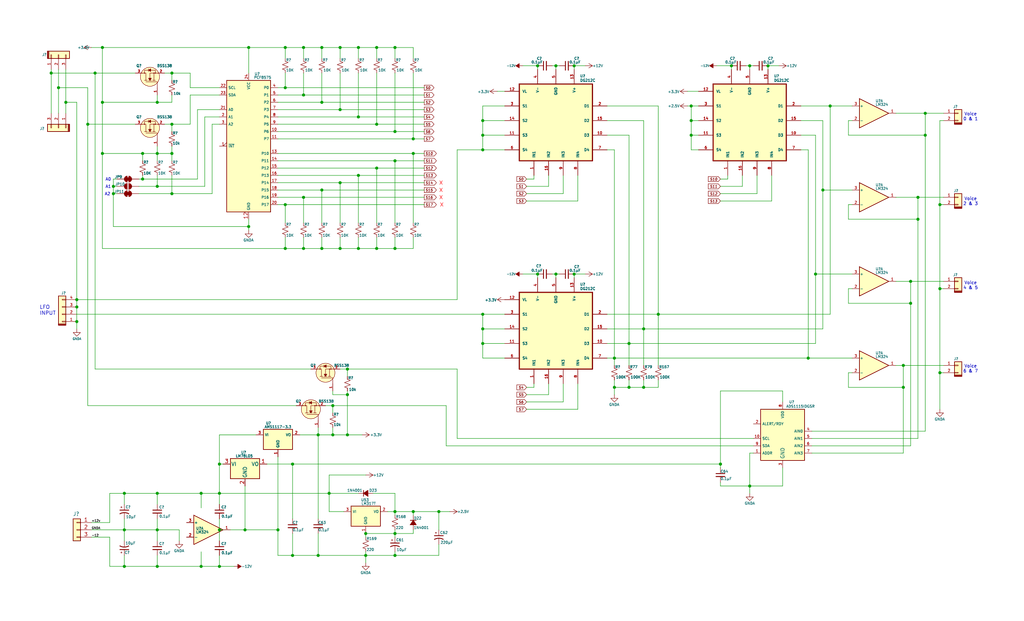
<source format=kicad_sch>
(kicad_sch (version 20250114) (generator "eeschema") (generator_version "9.0")
  (paper "USLegal")
  (title_block (date "2025-03-10"))
  (lib_symbols
    (symbol "Amplifier_Operational:LM324" (pin_names (offset 0.127))
      (property "Reference" "U42" (at 0.254 4.318 0))
      (property "Value" "LM324" (at 0.508 3.048 0))
      (symbol "LM324_1_1"
        (pin input line (at -7.62 2.54 0) (length 2.54) (name "+") (number "3"))
        (pin input line (at -7.62 -2.54 0) (length 2.54) (name "-") (number "2"))
        (pin output line (at 7.62 0 180) (length 2.54) (name "~") (number "1"))
      )
      (symbol "LM324_2_1"
        (pin input line (at -7.62 2.54 0) (length 2.54) (name "+") (number "5"))
        (pin input line (at -7.62 -2.54 0) (length 2.54) (name "-") (number "6"))
        (pin output line (at 7.62 0 180) (length 2.54) (name "~") (number "7"))
      )
      (symbol "LM324_3_1"
        (pin input line (at -7.62 2.54 0) (length 2.54) (name "+") (number "10"))
        (pin input line (at -7.62 -2.54 0) (length 2.54) (name "-") (number "9"))
        (pin output line (at 7.62 0 180) (length 2.54) (name "~") (number "8"))
      )
      (symbol "LM324_4_1"
        (pin input line (at -7.62 2.54 0) (length 2.54) (name "+") (number "12"))
        (pin input line (at -7.62 -2.54 0) (length 2.54) (name "-") (number "13"))
        (pin output line (at 7.62 0 180) (length 2.54) (name "~") (number "14"))
      )
      (symbol "LM324_5_1"
        (pin power_in line (at -2.54 7.62 270) (length 3.81) (name "V+") (number "4"))
        (pin power_in line (at -2.54 -7.62 90) (length 3.81) (name "V-") (number "11"))
      )
    )
    (symbol "Analog_ADC:ADS1115IDGS"
      (property "Reference" "U52" (at 2.1433 15.24 0))
      (property "Value" "ADS1115IDGS" (at 2.1433 12.7 0))
      (symbol "ADS1115IDGS_1_1"
        (pin input line (at -10.16 2.54 0) (length 2.54) (name "AIN0") (number "4"))
        (pin input line (at -10.16 0 0) (length 2.54) (name "AIN1") (number "5"))
        (pin input line (at -10.16 -2.54 0) (length 2.54) (name "AIN2") (number "6"))
        (pin input line (at -10.16 -5.08 0) (length 2.54) (name "AIN3") (number "7"))
        (pin power_in line (at 0 12.7 270) (length 2.54) (name "VDD") (number "8"))
        (pin power_in line (at 0 -10.16 90) (length 2.54) (name "GND") (number "3"))
        (pin output line (at 10.16 5.08 180) (length 2.54) (name "ALERT/RDY") (number "2"))
        (pin input line (at 10.16 0 180) (length 2.54) (name "SCL") (number "10"))
        (pin bidirectional line (at 10.16 -2.54 180) (length 2.54) (name "SDA") (number "9"))
        (pin input line (at 10.16 -5.08 180) (length 2.54) (name "ADDR") (number "1"))
      )
    )
    (symbol "Connector_Generic:Conn_01x03" (pin_names (offset 1.016) (hide yes))
      (property "Reference" "J" (at 0 5.08 0))
      (property "Value" "Conn_01x03" (at 0 -5.08 0))
      (symbol "Conn_01x03_1_1"
        (pin passive line (at -5.08 2.54 0) (length 3.81) (name "Pin_1") (number "1"))
        (pin passive line (at -5.08 0 0) (length 3.81) (name "Pin_2") (number "2"))
        (pin passive line (at -5.08 -2.54 0) (length 3.81) (name "Pin_3") (number "3"))
      )
    )
    (symbol "Device:C_Polarized_Small_US" (pin_numbers (hide yes)) (pin_names (offset 0.254) (hide yes))
      (property "Reference" "C" (at 0.254 1.778 0))
      (property "Value" "C_Polarized_Small_US" (at 0.254 -2.032 0))
      (symbol "C_Polarized_Small_US_1_1"
        (pin passive line (at 0 2.54 270) (length 2.032) (name "~") (number "1"))
        (pin passive line (at 0 -2.54 90) (length 2.032) (name "~") (number "2"))
      )
    )
    (symbol "Device:C_Small" (pin_numbers (hide yes)) (pin_names (offset 0.254) (hide yes))
      (property "Reference" "C" (at 0.254 1.778 0))
      (property "Value" "C_Small" (at 0.254 -2.032 0))
      (symbol "C_Small_1_1"
        (pin passive line (at 0 2.54 270) (length 2.032) (name "~") (number "1"))
        (pin passive line (at 0 -2.54 90) (length 2.032) (name "~") (number "2"))
      )
    )
    (symbol "Device:D_Small_Filled" (pin_numbers (hide yes)) (pin_names (offset 0.254) (hide yes))
      (property "Reference" "D" (at -1.27 2.032 0))
      (property "Value" "D_Small_Filled" (at -3.81 -2.032 0))
      (symbol "D_Small_Filled_1_1"
        (pin passive line (at -2.54 0 0) (length 1.778) (name "K") (number "1"))
        (pin passive line (at 2.54 0 180) (length 1.778) (name "A") (number "2"))
      )
    )
    (symbol "Device:R_Small_US" (pin_numbers (hide yes)) (pin_names (offset 0.254) (hide yes))
      (property "Reference" "R" (at 0.762 0.508 0))
      (property "Value" "R_Small_US" (at 0.762 -1.016 0))
      (symbol "R_Small_US_1_1"
        (pin passive line (at 0 2.54 270) (length 1.016) (name "~") (number "1"))
        (pin passive line (at 0 -2.54 90) (length 1.016) (name "~") (number "2"))
      )
    )
    (symbol "Interface_Expansion:PCF8575DBR"
      (property "Reference" "U51" (at 2.032 25.146 0))
      (property "Value" "PCF8575" (at 1.778 23.876 0))
      (symbol "PCF8575DBR_1_1"
        (pin input line (at -10.16 20.32 0) (length 2.54) (name "SCL") (number "22"))
        (pin bidirectional line (at -10.16 17.78 0) (length 2.54) (name "SDA") (number "23"))
        (pin input line (at -10.16 12.7 0) (length 2.54) (name "A0") (number "21"))
        (pin input line (at -10.16 10.16 0) (length 2.54) (name "A1") (number "2"))
        (pin input line (at -10.16 7.62 0) (length 2.54) (name "A2") (number "3"))
        (pin open_collector output_low (at -10.16 0 0) (length 2.54) (name "~{INT}") (number "1"))
        (pin power_in line (at 0 25.4 270) (length 2.54) (name "VCC") (number "24"))
        (pin power_in line (at 0 -25.4 90) (length 2.54) (name "GND") (number "12"))
        (pin bidirectional line (at 10.16 20.32 180) (length 2.54) (name "P0") (number "4"))
        (pin bidirectional line (at 10.16 17.78 180) (length 2.54) (name "P1") (number "5"))
        (pin bidirectional line (at 10.16 15.24 180) (length 2.54) (name "P2") (number "6"))
        (pin bidirectional line (at 10.16 12.7 180) (length 2.54) (name "P3") (number "7"))
        (pin bidirectional line (at 10.16 10.16 180) (length 2.54) (name "P4") (number "8"))
        (pin bidirectional line (at 10.16 7.62 180) (length 2.54) (name "P5") (number "9"))
        (pin bidirectional line (at 10.16 5.08 180) (length 2.54) (name "P6") (number "10"))
        (pin bidirectional line (at 10.16 2.54 180) (length 2.54) (name "P7") (number "11"))
        (pin bidirectional line (at 10.16 -2.54 180) (length 2.54) (name "P10") (number "13"))
        (pin bidirectional line (at 10.16 -5.08 180) (length 2.54) (name "P11") (number "14"))
        (pin bidirectional line (at 10.16 -7.62 180) (length 2.54) (name "P12") (number "15"))
        (pin bidirectional line (at 10.16 -10.16 180) (length 2.54) (name "P13") (number "16"))
        (pin bidirectional line (at 10.16 -12.7 180) (length 2.54) (name "P14") (number "17"))
        (pin bidirectional line (at 10.16 -15.24 180) (length 2.54) (name "P15") (number "18"))
        (pin bidirectional line (at 10.16 -17.78 180) (length 2.54) (name "P16") (number "19"))
        (pin bidirectional line (at 10.16 -20.32 180) (length 2.54) (name "P17") (number "20"))
      )
    )
    (symbol "Jumper:SolderJumper_2_Bridged" (pin_numbers (hide yes)) (pin_names (offset 0) (hide yes)) (exclude_from_sim yes) (in_bom no)
      (property "Reference" "JP" (at 0 2.032 0))
      (property "Value" "SolderJumper_2_Bridged" (at 0 -2.54 0))
      (symbol "SolderJumper_2_Bridged_1_1"
        (pin passive line (at -3.81 0 0) (length 2.54) (name "A") (number "1"))
        (pin passive line (at 3.81 0 180) (length 2.54) (name "B") (number "2"))
      )
    )
    (symbol "Jumper:SolderJumper_2_Open" (pin_numbers (hide yes)) (pin_names (offset 0) (hide yes)) (exclude_from_sim yes) (in_bom no)
      (property "Reference" "JP" (at 0 2.032 0))
      (property "Value" "SolderJumper_2_Open" (at 0 -2.54 0))
      (symbol "SolderJumper_2_Open_1_1"
        (pin passive line (at -3.81 0 0) (length 2.54) (name "A") (number "1"))
        (pin passive line (at 3.81 0 180) (length 2.54) (name "B") (number "2"))
      )
    )
    (symbol "LM324_1" (pin_names (offset 0.127))
      (property "Reference" "U42" (at 0.254 4.318 0))
      (property "Value" "LM324" (at 0.508 3.048 0))
      (symbol "LM324_1_1_1"
        (pin input line (at -7.62 2.54 0) (length 2.54) (name "+") (number "3"))
        (pin input line (at -7.62 -2.54 0) (length 2.54) (name "-") (number "2"))
        (pin output line (at 7.62 0 180) (length 2.54) (name "~") (number "1"))
      )
      (symbol "LM324_1_2_1"
        (pin input line (at -7.62 2.54 0) (length 2.54) (name "+") (number "5"))
        (pin input line (at -7.62 -2.54 0) (length 2.54) (name "-") (number "6"))
        (pin output line (at 7.62 0 180) (length 2.54) (name "~") (number "7"))
      )
      (symbol "LM324_1_3_1"
        (pin input line (at -7.62 2.54 0) (length 2.54) (name "+") (number "10"))
        (pin input line (at -7.62 -2.54 0) (length 2.54) (name "-") (number "9"))
        (pin output line (at 7.62 0 180) (length 2.54) (name "~") (number "8"))
      )
      (symbol "LM324_1_4_1"
        (pin input line (at -7.62 2.54 0) (length 2.54) (name "+") (number "12"))
        (pin input line (at -7.62 -2.54 0) (length 2.54) (name "-") (number "13"))
        (pin output line (at 7.62 0 180) (length 2.54) (name "~") (number "14"))
      )
      (symbol "LM324_1_5_1"
        (pin power_in line (at -2.54 7.62 270) (length 3.81) (name "V+") (number "4"))
        (pin power_in line (at -2.54 -7.62 90) (length 3.81) (name "V-") (number "11"))
      )
    )
    (symbol "LM324_2" (pin_names (offset 0.127))
      (property "Reference" "U42" (at 0.254 4.318 0))
      (property "Value" "LM324" (at 0.508 3.048 0))
      (symbol "LM324_2_1_1"
        (pin input line (at -7.62 2.54 0) (length 2.54) (name "+") (number "3"))
        (pin input line (at -7.62 -2.54 0) (length 2.54) (name "-") (number "2"))
        (pin output line (at 7.62 0 180) (length 2.54) (name "~") (number "1"))
      )
      (symbol "LM324_2_2_1"
        (pin input line (at -7.62 2.54 0) (length 2.54) (name "+") (number "5"))
        (pin input line (at -7.62 -2.54 0) (length 2.54) (name "-") (number "6"))
        (pin output line (at 7.62 0 180) (length 2.54) (name "~") (number "7"))
      )
      (symbol "LM324_2_3_1"
        (pin input line (at -7.62 2.54 0) (length 2.54) (name "+") (number "10"))
        (pin input line (at -7.62 -2.54 0) (length 2.54) (name "-") (number "9"))
        (pin output line (at 7.62 0 180) (length 2.54) (name "~") (number "8"))
      )
      (symbol "LM324_2_4_1"
        (pin input line (at -7.62 2.54 0) (length 2.54) (name "+") (number "12"))
        (pin input line (at -7.62 -2.54 0) (length 2.54) (name "-") (number "13"))
        (pin output line (at 7.62 0 180) (length 2.54) (name "~") (number "14"))
      )
      (symbol "LM324_2_5_1"
        (pin power_in line (at -2.54 7.62 270) (length 3.81) (name "V+") (number "4"))
        (pin power_in line (at -2.54 -7.62 90) (length 3.81) (name "V-") (number "11"))
      )
    )
    (symbol "LM324_3" (pin_names (offset 0.127))
      (property "Reference" "U42" (at 0.254 4.318 0))
      (property "Value" "LM324" (at 0.508 3.048 0))
      (symbol "LM324_3_1_1"
        (pin input line (at -7.62 2.54 0) (length 2.54) (name "+") (number "3"))
        (pin input line (at -7.62 -2.54 0) (length 2.54) (name "-") (number "2"))
        (pin output line (at 7.62 0 180) (length 2.54) (name "~") (number "1"))
      )
      (symbol "LM324_3_2_1"
        (pin input line (at -7.62 2.54 0) (length 2.54) (name "+") (number "5"))
        (pin input line (at -7.62 -2.54 0) (length 2.54) (name "-") (number "6"))
        (pin output line (at 7.62 0 180) (length 2.54) (name "~") (number "7"))
      )
      (symbol "LM324_3_3_1"
        (pin input line (at -7.62 2.54 0) (length 2.54) (name "+") (number "10"))
        (pin input line (at -7.62 -2.54 0) (length 2.54) (name "-") (number "9"))
        (pin output line (at 7.62 0 180) (length 2.54) (name "~") (number "8"))
      )
      (symbol "LM324_3_4_1"
        (pin input line (at -7.62 2.54 0) (length 2.54) (name "+") (number "12"))
        (pin input line (at -7.62 -2.54 0) (length 2.54) (name "-") (number "13"))
        (pin output line (at 7.62 0 180) (length 2.54) (name "~") (number "14"))
      )
      (symbol "LM324_3_5_1"
        (pin power_in line (at -2.54 7.62 270) (length 3.81) (name "V+") (number "4"))
        (pin power_in line (at -2.54 -7.62 90) (length 3.81) (name "V-") (number "11"))
      )
    )
    (symbol "LM324_4" (pin_names (offset 0.127))
      (property "Reference" "U42" (at 0.254 4.318 0))
      (property "Value" "LM324" (at 0.508 3.048 0))
      (symbol "LM324_4_1_1"
        (pin input line (at -7.62 2.54 0) (length 2.54) (name "+") (number "3"))
        (pin input line (at -7.62 -2.54 0) (length 2.54) (name "-") (number "2"))
        (pin output line (at 7.62 0 180) (length 2.54) (name "~") (number "1"))
      )
      (symbol "LM324_4_2_1"
        (pin input line (at -7.62 2.54 0) (length 2.54) (name "+") (number "5"))
        (pin input line (at -7.62 -2.54 0) (length 2.54) (name "-") (number "6"))
        (pin output line (at 7.62 0 180) (length 2.54) (name "~") (number "7"))
      )
      (symbol "LM324_4_3_1"
        (pin input line (at -7.62 2.54 0) (length 2.54) (name "+") (number "10"))
        (pin input line (at -7.62 -2.54 0) (length 2.54) (name "-") (number "9"))
        (pin output line (at 7.62 0 180) (length 2.54) (name "~") (number "8"))
      )
      (symbol "LM324_4_4_1"
        (pin input line (at -7.62 2.54 0) (length 2.54) (name "+") (number "12"))
        (pin input line (at -7.62 -2.54 0) (length 2.54) (name "-") (number "13"))
        (pin output line (at 7.62 0 180) (length 2.54) (name "~") (number "14"))
      )
      (symbol "LM324_4_5_1"
        (pin power_in line (at -2.54 7.62 270) (length 3.81) (name "V+") (number "4"))
        (pin power_in line (at -2.54 -7.62 90) (length 3.81) (name "V-") (number "11"))
      )
    )
    (symbol "My Chips:DG212C" (pin_names (offset 1.016))
      (property "Reference" "U" (at 9.144 17.018 0))
      (property "Value" "DG212C" (at 9.144 15.748 0))
      (symbol "DG212C_0_0"
        (pin bidirectional line (at -17.78 2.54 0) (length 5.08) (name "S2") (number "14"))
        (pin bidirectional line (at -17.78 -2.54 0) (length 5.08) (name "S3") (number "11"))
        (pin bidirectional line (at -17.78 -7.62 0) (length 5.08) (name "S4") (number "6"))
        (pin input line (at 7.62 -16.51 90) (length 5.08) (name "IN4") (number "8"))
      )
      (symbol "DG212C_1_0"
        (pin power_in line (at -17.78 12.7 0) (length 5.08) (name "VL") (number "12"))
        (pin bidirectional line (at -17.78 7.62 0) (length 5.08) (name "S1") (number "3"))
        (pin input line (at -7.62 -16.51 90) (length 5.08) (name "IN1") (number "1"))
        (pin power_in line (at -6.35 20.32 270) (length 5.08) (name "V-") (number "4"))
        (pin input line (at -2.54 -16.51 90) (length 5.08) (name "IN2") (number "16"))
        (pin power_in line (at 0 20.32 270) (length 5.08) (name "GND") (number "5"))
        (pin input line (at 2.54 -16.51 90) (length 5.08) (name "IN3") (number "9"))
        (pin power_in line (at 6.35 20.32 270) (length 5.08) (name "V+") (number "13"))
        (pin bidirectional line (at 17.78 7.62 180) (length 5.08) (name "D1") (number "2"))
        (pin bidirectional line (at 17.78 2.54 180) (length 5.08) (name "D2") (number "15"))
        (pin bidirectional line (at 17.78 -2.54 180) (length 5.08) (name "D3") (number "10"))
        (pin bidirectional line (at 17.78 -7.62 180) (length 5.08) (name "D4") (number "7"))
      )
    )
    (symbol "My Connectors:Conn_01x02" (pin_names (offset 1.016) (hide yes))
      (property "Reference" "J" (at -0.041 2.077 0))
      (property "Value" "Conn_01x02" (at -0.2794 4.7752 0))
      (symbol "Conn_01x02_1_1"
        (pin passive line (at -5.08 0 0) (length 3.81) (name "Pin_1") (number "1"))
        (pin passive line (at -5.08 -2.54 0) (length 3.81) (name "Pin_2") (number "2"))
      )
    )
    (symbol "My Connectors:Conn_01x03" (pin_names (offset 1.016) (hide yes))
      (property "Reference" "J" (at 0.0222 4.6797 0))
      (property "Value" "Conn_01x03" (at 0 -5.08 0))
      (symbol "Conn_01x03_1_1"
        (pin passive line (at -5.08 2.54 0) (length 3.81) (name "Pin_1") (number "1"))
        (pin passive line (at -5.08 0 0) (length 3.81) (name "Pin_2") (number "2"))
        (pin passive line (at -5.08 -2.54 0) (length 3.81) (name "Pin_3") (number "3"))
      )
    )
    (symbol "My Connectors:Conn_01x04" (pin_names (offset 1.016) (hide yes))
      (property "Reference" "J" (at -0.5788 4.6722 0))
      (property "Value" "Conn_01x04" (at -0.1524 -7.9502 0))
      (symbol "Conn_01x04_1_1"
        (pin passive line (at -5.08 2.54 0) (length 3.81) (name "Pin_1") (number "1"))
        (pin passive line (at -5.08 0 0) (length 3.81) (name "Pin_2") (number "2"))
        (pin passive line (at -5.08 -2.54 0) (length 3.81) (name "Pin_3") (number "3"))
        (pin passive line (at -5.08 -5.08 0) (length 3.81) (name "Pin_4") (number "4"))
      )
    )
    (symbol "Regulator_Linear:AMS1117-3.3"
      (property "Reference" "U94" (at -3.302 4.064 0))
      (property "Value" "AMS1117-3.3" (at 0 2.794 0))
      (symbol "AMS1117-3.3_1_1"
        (pin power_in line (at -7.62 0 0) (length 2.54) (name "VI") (number "3"))
        (pin power_in line (at 0 -7.62 90) (length 2.54) (name "GND") (number "1"))
        (pin power_out line (at 7.62 0 180) (length 2.54) (name "VO") (number "2"))
      )
    )
    (symbol "Regulator_Linear:LM78L05_TO92" (pin_names (offset 0.254))
      (property "Reference" "U" (at -3.81 3.175 0))
      (property "Value" "LM78L05_TO92" (at 0 3.175 0))
      (symbol "LM78L05_TO92_1_1"
        (pin power_in line (at -7.62 0 0) (length 2.54) (name "VI") (number "3"))
        (pin power_in line (at 0 -7.62 90) (length 2.54) (name "GND") (number "2"))
        (pin power_out line (at 7.62 0 180) (length 2.54) (name "VO") (number "1"))
      )
    )
    (symbol "dk_Transistors-FETs-MOSFETs-Single:BSS138" (pin_names (offset 0))
      (property "Reference" "Q?" (at -3.1496 -3.6576 90))
      (property "Value" "BSS138" (at -3.1496 4.4958 90))
      (symbol "BSS138_1_1"
        (pin bidirectional line (at -7.62 -2.54 0) (length 2.54) (name "") (number "1"))
        (pin bidirectional line (at 0 5.08 270) (length 2.54) (name "") (number "3"))
        (pin bidirectional line (at 0 -5.08 90) (length 2.54) (name "") (number "2"))
      )
    )
    (symbol "power:+12V" (power) (pin_names (offset 0))
      (property "Value" "+12V" (at 0 3.556 0))
      (symbol "+12V_1_1"
        (pin power_in line (at 0 0 90) (length 0) (hide yes) (name "+12V") (number "1"))
      )
    )
    (symbol "power:+2V5" (power) (pin_names (offset 0))
      (property "Value" "+2V5" (at 0 3.556 0))
      (symbol "+2V5_1_1"
        (pin power_in line (at 0 0 90) (length 0) (hide yes) (name "+2V5") (number "1"))
      )
    )
    (symbol "power:+5VA" (power) (pin_names (offset 0))
      (property "Value" "+5VA" (at 0 3.556 0))
      (symbol "+5VA_1_1"
        (pin power_in line (at 0 0 90) (length 0) (hide yes) (name "+5VA") (number "1"))
      )
    )
    (symbol "power:+5VD" (power) (pin_names (offset 0))
      (property "Value" "+5VD" (at 0 3.556 0))
      (symbol "+5VD_1_1"
        (pin power_in line (at 0 0 90) (length 0) (hide yes) (name "+5VD") (number "1"))
      )
    )
    (symbol "power:-12V" (power) (pin_names (offset 0))
      (property "Value" "-12V" (at 0 3.81 0))
      (symbol "-12V_0_0"
        (pin power_in line (at 0 0 90) (length 0) (hide yes) (name "-12V") (number "1"))
      )
    )
    (symbol "power:GNDA" (power) (pin_names (offset 0))
      (property "Value" "GNDA" (at 0 -3.81 0))
      (symbol "GNDA_1_1"
        (pin power_in line (at 0 0 270) (length 0) (hide yes) (name "GNDA") (number "1"))
      )
    )
  )
  (text "Voice\n2 & 3" (at 337.058 70.104 0) (effects (font (size 1.0668 1.0668))))
  (text "X" (at 153.162 63.754 0) (effects (font (size 1.27 1.27))))
  (text "X" (at 153.416 71.374 0) (effects (font (size 1.27 1.27))))
  (text "Voice\n0 & 1" (at 337.058 40.64 0) (effects (font (size 1.0668 1.0668))))
  (text "Voice\n4 & 5" (at 337.058 99.314 0) (effects (font (size 1.0668 1.0668))))
  (text "X" (at 153.162 68.834 0) (effects (font (size 1.27 1.27))))
  (text "X" (at 153.162 66.294 0) (effects (font (size 1.27 1.27))))
  (text "LFO\nINPUT" (at 13.716 109.728 0) (effects (font (size 1.27 1.27)) (justify left bottom)))
  (text "A1" (at 37.592 65.024 0) (effects (font (size 1.016 1.016))))
  (text "A2" (at 37.338 67.564 0) (effects (font (size 1.016 1.016))))
  (text "Voice\n6 & 7" (at 337.058 128.27 0) (effects (font (size 1.0668 1.0668))))
  (text "A0" (at 37.592 62.484 0) (effects (font (size 1.016 1.016))))
  (junction (at 152.4 177.8))
  (junction (at 59.69 43.18))
  (junction (at 99.06 30.48))
  (junction (at 167.64 114.3))
  (junction (at 76.2 196.85))
  (junction (at 76.2 161.29))
  (junction (at 143.51 48.26))
  (junction (at 35.56 16.51))
  (junction (at 130.81 86.36))
  (junction (at 124.46 60.96))
  (junction (at 105.41 33.02))
  (junction (at 54.61 171.45))
  (junction (at 266.7 22.86))
  (junction (at 96.52 184.15))
  (junction (at 30.48 43.18))
  (junction (at 326.39 100.33))
  (junction (at 167.64 119.38))
  (junction (at 20.32 30.48))
  (junction (at 288.29 36.83))
  (junction (at 186.69 95.25))
  (junction (at 137.16 16.51))
  (junction (at 118.11 16.51))
  (junction (at 280.67 124.46))
  (junction (at 228.6 109.22))
  (junction (at 193.04 95.25))
  (junction (at 143.51 53.34))
  (junction (at 240.03 46.99))
  (junction (at 321.31 39.37))
  (junction (at 49.53 62.23))
  (junction (at 240.03 36.83))
  (junction (at 137.16 86.36))
  (junction (at 213.36 124.46))
  (junction (at 35.56 53.34))
  (junction (at 127 193.04))
  (junction (at 59.69 53.34))
  (junction (at 105.41 86.36))
  (junction (at 250.19 161.29))
  (junction (at 318.77 68.58))
  (junction (at 326.39 129.54))
  (junction (at 54.61 196.85))
  (junction (at 17.78 25.4))
  (junction (at 120.65 128.27))
  (junction (at 26.67 104.14))
  (junction (at 110.49 193.04))
  (junction (at 199.39 95.25))
  (junction (at 130.81 43.18))
  (junction (at 26.67 111.76))
  (junction (at 223.52 134.62))
  (junction (at 240.03 41.91))
  (junction (at 115.57 151.13))
  (junction (at 111.76 66.04))
  (junction (at 59.69 25.4))
  (junction (at 99.06 86.36))
  (junction (at 22.86 35.56))
  (junction (at 124.46 40.64))
  (junction (at 118.11 38.1))
  (junction (at 223.52 114.3))
  (junction (at 111.76 35.56))
  (junction (at 143.51 177.8))
  (junction (at 99.06 16.51))
  (junction (at 313.69 134.62))
  (junction (at 101.6 161.29))
  (junction (at 43.18 171.45))
  (junction (at 316.23 105.41))
  (junction (at 101.6 193.04))
  (junction (at 43.18 196.85))
  (junction (at 137.16 55.88))
  (junction (at 43.18 184.15))
  (junction (at 49.53 53.34))
  (junction (at 260.35 168.91))
  (junction (at 35.56 35.56))
  (junction (at 39.37 64.77))
  (junction (at 283.21 95.25))
  (junction (at 76.2 184.15))
  (junction (at 111.76 16.51))
  (junction (at 213.36 134.62))
  (junction (at 167.64 46.99))
  (junction (at 54.61 184.15))
  (junction (at 115.57 140.97))
  (junction (at 124.46 16.51))
  (junction (at 137.16 193.04))
  (junction (at 39.37 67.31))
  (junction (at 137.16 177.8))
  (junction (at 59.69 67.31))
  (junction (at 137.16 45.72))
  (junction (at 326.39 71.12))
  (junction (at 124.46 86.36))
  (junction (at 318.77 76.2))
  (junction (at 321.31 46.99))
  (junction (at 254 22.86))
  (junction (at 86.36 78.74))
  (junction (at 54.61 53.34))
  (junction (at 193.04 22.86))
  (junction (at 105.41 16.51))
  (junction (at 86.36 16.51))
  (junction (at 99.06 71.12))
  (junction (at 218.44 119.38))
  (junction (at 54.61 35.56))
  (junction (at 118.11 86.36))
  (junction (at 130.81 58.42))
  (junction (at 33.02 25.4))
  (junction (at 105.41 68.58))
  (junction (at 111.76 86.36))
  (junction (at 313.69 127))
  (junction (at 127 185.42))
  (junction (at 54.61 64.77))
  (junction (at 316.23 97.79))
  (junction (at 118.11 63.5))
  (junction (at 110.49 151.13))
  (junction (at 26.67 106.68))
  (junction (at 69.85 171.45))
  (junction (at 285.75 66.04))
  (junction (at 85.09 184.15))
  (junction (at 167.64 109.22))
  (junction (at 137.16 185.42))
  (junction (at 186.69 22.86))
  (junction (at 260.35 22.86))
  (junction (at 199.39 22.86))
  (junction (at 69.85 196.85))
  (junction (at 218.44 134.62))
  (junction (at 167.64 41.91))
  (junction (at 76.2 171.45))
  (junction (at 114.3 171.45))
  (junction (at 120.65 137.16))
  (junction (at 167.64 52.07))
  (junction (at 130.81 16.51))
  (junction (at 120.65 151.13))
  (wire (pts (xy 250.19 67.31) (xy 262.89 67.31)))
  (wire (pts (xy 96.52 193.04) (xy 101.6 193.04)))
  (wire (pts (xy 281.94 157.48) (xy 313.69 157.48)))
  (wire (pts (xy 167.64 119.38) (xy 167.64 124.46)))
  (wire (pts (xy 191.77 22.86) (xy 193.04 22.86)))
  (wire (pts (xy 137.16 185.42) (xy 137.16 186.69)))
  (wire (pts (xy 38.1 171.45) (xy 43.18 171.45)))
  (wire (pts (xy 115.57 151.13) (xy 120.65 151.13)))
  (wire (pts (xy 124.46 16.51) (xy 124.46 20.32)))
  (wire (pts (xy 31.75 16.51) (xy 35.56 16.51)))
  (wire (pts (xy 294.64 41.91) (xy 294.64 46.99)))
  (wire (pts (xy 68.58 38.1) (xy 68.58 62.23)))
  (wire (pts (xy 17.78 25.4) (xy 33.02 25.4)))
  (wire (pts (xy 130.81 25.4) (xy 130.81 43.18)))
  (wire (pts (xy 238.76 31.75) (xy 242.57 31.75)))
  (wire (pts (xy 311.15 127) (xy 313.69 127)))
  (wire (pts (xy 31.75 181.61) (xy 38.1 181.61)))
  (wire (pts (xy 59.69 53.34) (xy 59.69 55.88)))
  (wire (pts (xy 327.66 41.91) (xy 326.39 41.91)))
  (wire (pts (xy 76.2 40.64) (xy 71.12 40.64)))
  (wire (pts (xy 105.41 86.36) (xy 111.76 86.36)))
  (wire (pts (xy 22.86 35.56) (xy 26.67 35.56)))
  (wire (pts (xy 17.78 24.13) (xy 17.78 25.4)))
  (wire (pts (xy 26.67 109.22) (xy 167.64 109.22)))
  (wire (pts (xy 54.61 193.04) (xy 54.61 196.85)))
  (wire (pts (xy 186.69 95.25) (xy 186.69 96.52)))
  (wire (pts (xy 33.02 25.4) (xy 33.02 128.27)))
  (wire (pts (xy 182.88 69.85) (xy 200.66 69.85)))
  (wire (pts (xy 218.44 134.62) (xy 223.52 134.62)))
  (wire (pts (xy 278.13 36.83) (xy 288.29 36.83)))
  (wire (pts (xy 57.15 25.4) (xy 59.69 25.4)))
  (wire (pts (xy 190.5 133.35) (xy 190.5 137.16)))
  (wire (pts (xy 111.76 16.51) (xy 111.76 20.32)))
  (wire (pts (xy 54.61 53.34) (xy 54.61 55.88)))
  (wire (pts (xy 118.11 86.36) (xy 124.46 86.36)))
  (wire (pts (xy 69.85 196.85) (xy 76.2 196.85)))
  (wire (pts (xy 39.37 62.23) (xy 39.37 64.77)))
  (wire (pts (xy 283.21 46.99) (xy 283.21 95.25)))
  (wire (pts (xy 96.52 48.26) (xy 143.51 48.26)))
  (wire (pts (xy 68.58 62.23) (xy 49.53 62.23)))
  (wire (pts (xy 33.02 128.27) (xy 107.95 128.27)))
  (wire (pts (xy 260.35 22.86) (xy 260.35 24.13)))
  (wire (pts (xy 281.94 149.86) (xy 321.31 149.86)))
  (wire (pts (xy 96.52 68.58) (xy 105.41 68.58)))
  (wire (pts (xy 271.78 139.7) (xy 271.78 135.89)))
  (wire (pts (xy 118.11 16.51) (xy 124.46 16.51)))
  (wire (pts (xy 240.03 36.83) (xy 242.57 36.83)))
  (wire (pts (xy 99.06 30.48) (xy 147.32 30.48)))
  (wire (pts (xy 111.76 82.55) (xy 111.76 86.36)))
  (wire (pts (xy 26.67 104.14) (xy 158.75 104.14)))
  (wire (pts (xy 158.75 152.4) (xy 261.62 152.4)))
  (wire (pts (xy 281.94 154.94) (xy 316.23 154.94)))
  (wire (pts (xy 137.16 25.4) (xy 137.16 45.72)))
  (wire (pts (xy 54.61 53.34) (xy 59.69 53.34)))
  (wire (pts (xy 57.15 43.18) (xy 59.69 43.18)))
  (wire (pts (xy 137.16 184.15) (xy 137.16 185.42)))
  (wire (pts (xy 43.18 171.45) (xy 43.18 175.26)))
  (wire (pts (xy 137.16 77.47) (xy 137.16 55.88)))
  (wire (pts (xy 281.94 152.4) (xy 318.77 152.4)))
  (wire (pts (xy 213.36 132.08) (xy 213.36 134.62)))
  (wire (pts (xy 195.58 133.35) (xy 195.58 139.7)))
  (wire (pts (xy 167.64 114.3) (xy 175.26 114.3)))
  (wire (pts (xy 96.52 38.1) (xy 118.11 38.1)))
  (wire (pts (xy 54.61 196.85) (xy 43.18 196.85)))
  (wire (pts (xy 210.82 52.07) (xy 213.36 52.07)))
  (wire (pts (xy 96.52 45.72) (xy 137.16 45.72)))
  (wire (pts (xy 266.7 22.86) (xy 266.7 24.13)))
  (wire (pts (xy 43.18 184.15) (xy 43.18 187.96)))
  (wire (pts (xy 316.23 154.94) (xy 316.23 105.41)))
  (wire (pts (xy 250.19 168.91) (xy 260.35 168.91)))
  (wire (pts (xy 181.61 22.86) (xy 186.69 22.86)))
  (wire (pts (xy 118.11 128.27) (xy 120.65 128.27)))
  (wire (pts (xy 118.11 25.4) (xy 118.11 38.1)))
  (wire (pts (xy 54.61 184.15) (xy 62.23 184.15)))
  (wire (pts (xy 99.06 86.36) (xy 105.41 86.36)))
  (wire (pts (xy 134.62 177.8) (xy 137.16 177.8)))
  (wire (pts (xy 321.31 39.37) (xy 321.31 46.99)))
  (wire (pts (xy 54.61 175.26) (xy 54.61 171.45)))
  (wire (pts (xy 167.64 36.83) (xy 167.64 41.91)))
  (wire (pts (xy 250.19 64.77) (xy 257.81 64.77)))
  (wire (pts (xy 43.18 184.15) (xy 54.61 184.15)))
  (wire (pts (xy 190.5 60.96) (xy 190.5 64.77)))
  (wire (pts (xy 311.15 68.58) (xy 318.77 68.58)))
  (wire (pts (xy 172.72 31.75) (xy 175.26 31.75)))
  (wire (pts (xy 152.4 189.23) (xy 152.4 193.04)))
  (wire (pts (xy 39.37 64.77) (xy 39.37 67.31)))
  (wire (pts (xy 250.19 135.89) (xy 271.78 135.89)))
  (wire (pts (xy 326.39 71.12) (xy 327.66 71.12)))
  (wire (pts (xy 167.64 52.07) (xy 175.26 52.07)))
  (wire (pts (xy 260.35 168.91) (xy 260.35 171.45)))
  (wire (pts (xy 137.16 16.51) (xy 137.16 20.32)))
  (wire (pts (xy 137.16 55.88) (xy 147.32 55.88)))
  (wire (pts (xy 143.51 25.4) (xy 143.51 48.26)))
  (wire (pts (xy 111.76 16.51) (xy 118.11 16.51)))
  (wire (pts (xy 96.52 33.02) (xy 105.41 33.02)))
  (wire (pts (xy 96.52 43.18) (xy 130.81 43.18)))
  (wire (pts (xy 240.03 41.91) (xy 242.57 41.91)))
  (wire (pts (xy 130.81 86.36) (xy 137.16 86.36)))
  (wire (pts (xy 294.64 129.54) (xy 295.91 129.54)))
  (wire (pts (xy 278.13 52.07) (xy 280.67 52.07)))
  (wire (pts (xy 119.38 177.8) (xy 114.3 177.8)))
  (wire (pts (xy 252.73 62.23) (xy 252.73 60.96)))
  (wire (pts (xy 228.6 109.22) (xy 228.6 127)))
  (wire (pts (xy 76.2 184.15) (xy 85.09 184.15)))
  (wire (pts (xy 262.89 60.96) (xy 262.89 67.31)))
  (wire (pts (xy 86.36 16.51) (xy 99.06 16.51)))
  (wire (pts (xy 261.62 157.48) (xy 260.35 157.48)))
  (wire (pts (xy 143.51 48.26) (xy 147.32 48.26)))
  (wire (pts (xy 294.64 76.2) (xy 318.77 76.2)))
  (wire (pts (xy 124.46 60.96) (xy 124.46 77.47)))
  (wire (pts (xy 193.04 22.86) (xy 194.31 22.86)))
  (wire (pts (xy 48.26 64.77) (xy 54.61 64.77)))
  (wire (pts (xy 130.81 16.51) (xy 137.16 16.51)))
  (wire (pts (xy 127 185.42) (xy 137.16 185.42)))
  (wire (pts (xy 96.52 158.75) (xy 96.52 184.15)))
  (wire (pts (xy 266.7 22.86) (xy 270.51 22.86)))
  (wire (pts (xy 271.78 168.91) (xy 260.35 168.91)))
  (wire (pts (xy 175.26 124.46) (xy 167.64 124.46)))
  (wire (pts (xy 39.37 67.31) (xy 39.37 78.74)))
  (wire (pts (xy 49.53 62.23) (xy 48.26 62.23)))
  (wire (pts (xy 35.56 53.34) (xy 35.56 86.36)))
  (wire (pts (xy 30.48 140.97) (xy 102.87 140.97)))
  (wire (pts (xy 143.51 177.8) (xy 143.51 179.07)))
  (wire (pts (xy 294.64 46.99) (xy 321.31 46.99)))
  (wire (pts (xy 182.88 64.77) (xy 190.5 64.77)))
  (wire (pts (xy 288.29 36.83) (xy 288.29 109.22)))
  (wire (pts (xy 137.16 45.72) (xy 147.32 45.72)))
  (wire (pts (xy 242.57 52.07) (xy 240.03 52.07)))
  (wire (pts (xy 20.32 30.48) (xy 20.32 39.37)))
  (wire (pts (xy 101.6 161.29) (xy 250.19 161.29)))
  (wire (pts (xy 250.19 167.64) (xy 250.19 168.91)))
  (wire (pts (xy 311.15 97.79) (xy 316.23 97.79)))
  (wire (pts (xy 59.69 43.18) (xy 66.04 43.18)))
  (wire (pts (xy 76.2 161.29) (xy 76.2 171.45)))
  (wire (pts (xy 316.23 97.79) (xy 327.66 97.79)))
  (wire (pts (xy 158.75 128.27) (xy 158.75 152.4)))
  (wire (pts (xy 200.66 133.35) (xy 200.66 142.24)))
  (wire (pts (xy 17.78 25.4) (xy 17.78 39.37)))
  (wire (pts (xy 59.69 67.31) (xy 73.66 67.31)))
  (wire (pts (xy 120.65 135.89) (xy 120.65 137.16)))
  (wire (pts (xy 228.6 132.08) (xy 228.6 134.62)))
  (wire (pts (xy 223.52 134.62) (xy 228.6 134.62)))
  (wire (pts (xy 35.56 35.56) (xy 54.61 35.56)))
  (wire (pts (xy 120.65 128.27) (xy 158.75 128.27)))
  (wire (pts (xy 124.46 86.36) (xy 130.81 86.36)))
  (wire (pts (xy 115.57 140.97) (xy 115.57 143.51)))
  (wire (pts (xy 96.52 30.48) (xy 99.06 30.48)))
  (wire (pts (xy 66.04 33.02) (xy 76.2 33.02)))
  (wire (pts (xy 26.67 106.68) (xy 26.67 111.76)))
  (wire (pts (xy 223.52 114.3) (xy 223.52 127)))
  (wire (pts (xy 137.16 16.51) (xy 143.51 16.51)))
  (wire (pts (xy 260.35 22.86) (xy 261.62 22.86)))
  (wire (pts (xy 76.2 151.13) (xy 88.9 151.13)))
  (wire (pts (xy 250.19 62.23) (xy 252.73 62.23)))
  (wire (pts (xy 210.82 124.46) (xy 213.36 124.46)))
  (wire (pts (xy 66.04 30.48) (xy 76.2 30.48)))
  (wire (pts (xy 210.82 46.99) (xy 218.44 46.99)))
  (wire (pts (xy 85.09 168.91) (xy 85.09 184.15)))
  (wire (pts (xy 288.29 36.83) (xy 295.91 36.83)))
  (wire (pts (xy 213.36 134.62) (xy 218.44 134.62)))
  (wire (pts (xy 311.15 39.37) (xy 321.31 39.37)))
  (wire (pts (xy 48.26 67.31) (xy 59.69 67.31)))
  (wire (pts (xy 118.11 77.47) (xy 118.11 63.5)))
  (wire (pts (xy 318.77 68.58) (xy 327.66 68.58)))
  (wire (pts (xy 218.44 119.38) (xy 283.21 119.38)))
  (wire (pts (xy 35.56 35.56) (xy 35.56 53.34)))
  (wire (pts (xy 193.04 95.25) (xy 193.04 96.52)))
  (wire (pts (xy 294.64 129.54) (xy 294.64 134.62)))
  (wire (pts (xy 130.81 77.47) (xy 130.81 58.42)))
  (wire (pts (xy 20.32 30.48) (xy 30.48 30.48)))
  (wire (pts (xy 240.03 46.99) (xy 242.57 46.99)))
  (wire (pts (xy 167.64 119.38) (xy 175.26 119.38)))
  (wire (pts (xy 105.41 82.55) (xy 105.41 86.36)))
  (wire (pts (xy 294.64 100.33) (xy 294.64 105.41)))
  (wire (pts (xy 110.49 193.04) (xy 127 193.04)))
  (wire (pts (xy 110.49 151.13) (xy 115.57 151.13)))
  (wire (pts (xy 22.86 24.13) (xy 22.86 35.56)))
  (wire (pts (xy 99.06 71.12) (xy 147.32 71.12)))
  (wire (pts (xy 158.75 104.14) (xy 158.75 52.07)))
  (wire (pts (xy 49.53 53.34) (xy 49.53 55.88)))
  (wire (pts (xy 294.64 71.12) (xy 295.91 71.12)))
  (wire (pts (xy 250.19 69.85) (xy 267.97 69.85)))
  (wire (pts (xy 105.41 16.51) (xy 111.76 16.51)))
  (wire (pts (xy 240.03 46.99) (xy 240.03 52.07)))
  (wire (pts (xy 199.39 95.25) (xy 199.39 96.52)))
  (wire (pts (xy 210.82 36.83) (xy 228.6 36.83)))
  (wire (pts (xy 26.67 35.56) (xy 26.67 104.14)))
  (wire (pts (xy 76.2 196.85) (xy 81.28 196.85)))
  (wire (pts (xy 92.71 161.29) (xy 101.6 161.29)))
  (wire (pts (xy 76.2 38.1) (xy 68.58 38.1)))
  (wire (pts (xy 86.36 78.74) (xy 86.36 80.01)))
  (wire (pts (xy 285.75 66.04) (xy 295.91 66.04)))
  (wire (pts (xy 285.75 41.91) (xy 285.75 66.04)))
  (wire (pts (xy 76.2 151.13) (xy 76.2 161.29)))
  (wire (pts (xy 59.69 33.02) (xy 59.69 35.56)))
  (wire (pts (xy 210.82 114.3) (xy 223.52 114.3)))
  (wire (pts (xy 73.66 43.18) (xy 73.66 67.31)))
  (wire (pts (xy 99.06 25.4) (xy 99.06 30.48)))
  (wire (pts (xy 294.64 71.12) (xy 294.64 76.2)))
  (wire (pts (xy 267.97 60.96) (xy 267.97 69.85)))
  (wire (pts (xy 62.23 184.15) (xy 62.23 187.96)))
  (wire (pts (xy 327.66 100.33) (xy 326.39 100.33)))
  (wire (pts (xy 96.52 60.96) (xy 124.46 60.96)))
  (wire (pts (xy 318.77 76.2) (xy 318.77 152.4)))
  (wire (pts (xy 40.64 62.23) (xy 39.37 62.23)))
  (wire (pts (xy 110.49 185.42) (xy 110.49 193.04)))
  (wire (pts (xy 240.03 36.83) (xy 240.03 41.91)))
  (wire (pts (xy 127 185.42) (xy 127 186.69)))
  (wire (pts (xy 105.41 68.58) (xy 105.41 77.47)))
  (wire (pts (xy 49.53 53.34) (xy 54.61 53.34)))
  (wire (pts (xy 76.2 180.34) (xy 76.2 184.15)))
  (wire (pts (xy 120.65 137.16) (xy 120.65 151.13)))
  (wire (pts (xy 111.76 35.56) (xy 147.32 35.56)))
  (wire (pts (xy 111.76 66.04) (xy 111.76 77.47)))
  (wire (pts (xy 154.94 154.94) (xy 261.62 154.94)))
  (wire (pts (xy 137.16 86.36) (xy 143.51 86.36)))
  (wire (pts (xy 137.16 177.8) (xy 143.51 177.8)))
  (wire (pts (xy 26.67 111.76) (xy 26.67 114.3)))
  (wire (pts (xy 71.12 40.64) (xy 71.12 64.77)))
  (wire (pts (xy 218.44 132.08) (xy 218.44 134.62)))
  (wire (pts (xy 59.69 43.18) (xy 59.69 45.72)))
  (wire (pts (xy 99.06 82.55) (xy 99.06 86.36)))
  (wire (pts (xy 96.52 58.42) (xy 130.81 58.42)))
  (wire (pts (xy 101.6 185.42) (xy 101.6 193.04)))
  (wire (pts (xy 313.69 134.62) (xy 313.69 157.48)))
  (wire (pts (xy 96.52 55.88) (xy 137.16 55.88)))
  (wire (pts (xy 69.85 171.45) (xy 76.2 171.45)))
  (wire (pts (xy 223.52 114.3) (xy 285.75 114.3)))
  (wire (pts (xy 167.64 109.22) (xy 167.64 114.3)))
  (wire (pts (xy 105.41 20.32) (xy 105.41 16.51)))
  (wire (pts (xy 35.56 16.51) (xy 35.56 35.56)))
  (wire (pts (xy 54.61 33.02) (xy 54.61 35.56)))
  (wire (pts (xy 143.51 184.15) (xy 143.51 185.42)))
  (wire (pts (xy 76.2 171.45) (xy 114.3 171.45)))
  (wire (pts (xy 76.2 161.29) (xy 77.47 161.29)))
  (wire (pts (xy 199.39 22.86) (xy 199.39 24.13)))
  (wire (pts (xy 114.3 171.45) (xy 114.3 177.8)))
  (wire (pts (xy 124.46 16.51) (xy 130.81 16.51)))
  (wire (pts (xy 111.76 25.4) (xy 111.76 35.56)))
  (wire (pts (xy 111.76 86.36) (xy 118.11 86.36)))
  (wire (pts (xy 130.81 16.51) (xy 130.81 20.32)))
  (wire (pts (xy 115.57 137.16) (xy 120.65 137.16)))
  (wire (pts (xy 99.06 16.51) (xy 105.41 16.51)))
  (wire (pts (xy 280.67 124.46) (xy 295.91 124.46)))
  (wire (pts (xy 96.52 63.5) (xy 118.11 63.5)))
  (wire (pts (xy 294.64 41.91) (xy 295.91 41.91)))
  (wire (pts (xy 54.61 60.96) (xy 54.61 64.77)))
  (wire (pts (xy 115.57 135.89) (xy 115.57 137.16)))
  (wire (pts (xy 137.16 171.45) (xy 137.16 177.8)))
  (wire (pts (xy 240.03 46.99) (xy 240.03 41.91)))
  (wire (pts (xy 182.88 67.31) (xy 195.58 67.31)))
  (wire (pts (xy 143.51 16.51) (xy 143.51 20.32)))
  (wire (pts (xy 185.42 62.23) (xy 185.42 60.96)))
  (wire (pts (xy 26.67 104.14) (xy 26.67 106.68)))
  (wire (pts (xy 326.39 41.91) (xy 326.39 71.12)))
  (wire (pts (xy 326.39 71.12) (xy 326.39 100.33)))
  (wire (pts (xy 152.4 184.15) (xy 152.4 177.8)))
  (wire (pts (xy 137.16 82.55) (xy 137.16 86.36)))
  (wire (pts (xy 49.53 60.96) (xy 49.53 62.23)))
  (wire (pts (xy 158.75 52.07) (xy 167.64 52.07)))
  (wire (pts (xy 210.82 109.22) (xy 228.6 109.22)))
  (wire (pts (xy 200.66 60.96) (xy 200.66 69.85)))
  (wire (pts (xy 35.56 53.34) (xy 49.53 53.34)))
  (wire (pts (xy 69.85 191.77) (xy 69.85 196.85)))
  (wire (pts (xy 76.2 171.45) (xy 76.2 175.26)))
  (wire (pts (xy 69.85 176.53) (xy 69.85 171.45)))
  (wire (pts (xy 120.65 151.13) (xy 125.73 151.13)))
  (wire (pts (xy 182.88 142.24) (xy 200.66 142.24)))
  (wire (pts (xy 110.49 151.13) (xy 110.49 180.34)))
  (wire (pts (xy 191.77 95.25) (xy 193.04 95.25)))
  (wire (pts (xy 278.13 46.99) (xy 283.21 46.99)))
  (wire (pts (xy 38.1 186.69) (xy 38.1 196.85)))
  (wire (pts (xy 218.44 46.99) (xy 218.44 119.38)))
  (wire (pts (xy 105.41 33.02) (xy 147.32 33.02)))
  (wire (pts (xy 283.21 119.38) (xy 283.21 95.25)))
  (wire (pts (xy 199.39 22.86) (xy 203.2 22.86)))
  (wire (pts (xy 59.69 25.4) (xy 59.69 27.94)))
  (wire (pts (xy 248.92 22.86) (xy 254 22.86)))
  (wire (pts (xy 96.52 53.34) (xy 143.51 53.34)))
  (wire (pts (xy 54.61 180.34) (xy 54.61 184.15)))
  (wire (pts (xy 154.94 154.94) (xy 154.94 140.97)))
  (wire (pts (xy 271.78 162.56) (xy 271.78 168.91)))
  (wire (pts (xy 182.88 62.23) (xy 185.42 62.23)))
  (wire (pts (xy 152.4 177.8) (xy 156.21 177.8)))
  (wire (pts (xy 321.31 39.37) (xy 327.66 39.37)))
  (wire (pts (xy 193.04 95.25) (xy 194.31 95.25)))
  (wire (pts (xy 30.48 43.18) (xy 30.48 140.97)))
  (wire (pts (xy 193.04 22.86) (xy 193.04 24.13)))
  (wire (pts (xy 110.49 148.59) (xy 110.49 151.13)))
  (wire (pts (xy 326.39 129.54) (xy 326.39 142.24)))
  (wire (pts (xy 96.52 66.04) (xy 111.76 66.04)))
  (wire (pts (xy 127 193.04) (xy 137.16 193.04)))
  (wire (pts (xy 54.61 171.45) (xy 69.85 171.45)))
  (wire (pts (xy 294.64 105.41) (xy 316.23 105.41)))
  (wire (pts (xy 259.08 22.86) (xy 260.35 22.86)))
  (wire (pts (xy 39.37 78.74) (xy 86.36 78.74)))
  (wire (pts (xy 167.64 109.22) (xy 175.26 109.22)))
  (wire (pts (xy 76.2 43.18) (xy 73.66 43.18)))
  (wire (pts (xy 127 191.77) (xy 127 193.04)))
  (wire (pts (xy 257.81 60.96) (xy 257.81 64.77)))
  (wire (pts (xy 127 195.58) (xy 127 193.04)))
  (wire (pts (xy 105.41 68.58) (xy 147.32 68.58)))
  (wire (pts (xy 118.11 63.5) (xy 147.32 63.5)))
  (wire (pts (xy 54.61 184.15) (xy 54.61 187.96)))
  (wire (pts (xy 213.36 127) (xy 213.36 124.46)))
  (wire (pts (xy 283.21 95.25) (xy 295.91 95.25)))
  (wire (pts (xy 86.36 25.4) (xy 86.36 16.51)))
  (wire (pts (xy 99.06 20.32) (xy 99.06 16.51)))
  (wire (pts (xy 181.61 95.25) (xy 186.69 95.25)))
  (wire (pts (xy 54.61 196.85) (xy 69.85 196.85)))
  (wire (pts (xy 223.52 41.91) (xy 223.52 114.3)))
  (wire (pts (xy 96.52 71.12) (xy 99.06 71.12)))
  (wire (pts (xy 118.11 38.1) (xy 147.32 38.1)))
  (wire (pts (xy 130.81 82.55) (xy 130.81 86.36)))
  (wire (pts (xy 105.41 25.4) (xy 105.41 33.02)))
  (wire (pts (xy 120.65 128.27) (xy 120.65 130.81)))
  (wire (pts (xy 218.44 119.38) (xy 218.44 127)))
  (wire (pts (xy 96.52 184.15) (xy 96.52 193.04)))
  (wire (pts (xy 213.36 124.46) (xy 280.67 124.46)))
  (wire (pts (xy 167.64 46.99) (xy 167.64 52.07)))
  (wire (pts (xy 129.54 171.45) (xy 137.16 171.45)))
  (wire (pts (xy 76.2 184.15) (xy 76.2 187.96)))
  (wire (pts (xy 35.56 86.36) (xy 99.06 86.36)))
  (wire (pts (xy 280.67 52.07) (xy 280.67 124.46)))
  (wire (pts (xy 114.3 171.45) (xy 124.46 171.45)))
  (wire (pts (xy 31.75 184.15) (xy 43.18 184.15)))
  (wire (pts (xy 285.75 66.04) (xy 285.75 114.3)))
  (wire (pts (xy 137.16 193.04) (xy 152.4 193.04)))
  (wire (pts (xy 99.06 71.12) (xy 99.06 77.47)))
  (wire (pts (xy 66.04 33.02) (xy 66.04 43.18)))
  (wire (pts (xy 43.18 193.04) (xy 43.18 196.85)))
  (wire (pts (xy 22.86 35.56) (xy 22.86 39.37)))
  (wire (pts (xy 143.51 53.34) (xy 147.32 53.34)))
  (wire (pts (xy 294.64 134.62) (xy 313.69 134.62)))
  (wire (pts (xy 86.36 76.2) (xy 86.36 78.74)))
  (wire (pts (xy 313.69 127) (xy 313.69 134.62)))
  (wire (pts (xy 143.51 53.34) (xy 143.51 77.47)))
  (wire (pts (xy 238.76 36.83) (xy 240.03 36.83)))
  (wire (pts (xy 213.36 52.07) (xy 213.36 124.46)))
  (wire (pts (xy 43.18 171.45) (xy 54.61 171.45)))
  (wire (pts (xy 20.32 24.13) (xy 20.32 30.48)))
  (wire (pts (xy 228.6 36.83) (xy 228.6 109.22)))
  (wire (pts (xy 195.58 60.96) (xy 195.58 67.31)))
  (wire (pts (xy 33.02 25.4) (xy 46.99 25.4)))
  (wire (pts (xy 30.48 43.18) (xy 46.99 43.18)))
  (wire (pts (xy 38.1 186.69) (xy 31.75 186.69)))
  (wire (pts (xy 59.69 60.96) (xy 59.69 67.31)))
  (wire (pts (xy 167.64 41.91) (xy 175.26 41.91)))
  (wire (pts (xy 143.51 82.55) (xy 143.51 86.36)))
  (wire (pts (xy 326.39 100.33) (xy 326.39 129.54)))
  (wire (pts (xy 101.6 193.04) (xy 110.49 193.04)))
  (wire (pts (xy 137.16 191.77) (xy 137.16 193.04)))
  (wire (pts (xy 101.6 161.29) (xy 101.6 180.34)))
  (wire (pts (xy 254 22.86) (xy 254 24.13)))
  (wire (pts (xy 85.09 184.15) (xy 96.52 184.15)))
  (wire (pts (xy 96.52 35.56) (xy 111.76 35.56)))
  (wire (pts (xy 104.14 151.13) (xy 110.49 151.13)))
  (wire (pts (xy 210.82 119.38) (xy 218.44 119.38)))
  (wire (pts (xy 167.64 36.83) (xy 175.26 36.83)))
  (wire (pts (xy 250.19 161.29) (xy 250.19 162.56)))
  (wire (pts (xy 54.61 50.8) (xy 54.61 53.34)))
  (wire (pts (xy 38.1 181.61) (xy 38.1 171.45)))
  (wire (pts (xy 124.46 60.96) (xy 147.32 60.96)))
  (wire (pts (xy 278.13 41.91) (xy 285.75 41.91)))
  (wire (pts (xy 186.69 22.86) (xy 186.69 24.13)))
  (wire (pts (xy 114.3 165.1) (xy 114.3 171.45)))
  (wire (pts (xy 113.03 140.97) (xy 115.57 140.97)))
  (wire (pts (xy 213.36 137.16) (xy 213.36 134.62)))
  (wire (pts (xy 210.82 41.91) (xy 223.52 41.91)))
  (wire (pts (xy 59.69 25.4) (xy 66.04 25.4)))
  (wire (pts (xy 260.35 157.48) (xy 260.35 168.91)))
  (wire (pts (xy 182.88 134.62) (xy 185.42 134.62)))
  (wire (pts (xy 326.39 129.54) (xy 327.66 129.54)))
  (wire (pts (xy 318.77 76.2) (xy 318.77 68.58)))
  (wire (pts (xy 39.37 64.77) (xy 40.64 64.77)))
  (wire (pts (xy 130.81 58.42) (xy 147.32 58.42)))
  (wire (pts (xy 228.6 109.22) (xy 288.29 109.22)))
  (wire (pts (xy 30.48 43.18) (xy 30.48 30.48)))
  (wire (pts (xy 167.64 41.91) (xy 167.64 46.99)))
  (wire (pts (xy 114.3 165.1) (xy 127 165.1)))
  (wire (pts (xy 71.12 64.77) (xy 54.61 64.77)))
  (wire (pts (xy 118.11 82.55) (xy 118.11 86.36)))
  (wire (pts (xy 118.11 16.51) (xy 118.11 20.32)))
  (wire (pts (xy 39.37 67.31) (xy 40.64 67.31)))
  (wire (pts (xy 294.64 100.33) (xy 295.91 100.33)))
  (wire (pts (xy 43.18 180.34) (xy 43.18 184.15)))
  (wire (pts (xy 316.23 97.79) (xy 316.23 105.41)))
  (wire (pts (xy 59.69 50.8) (xy 59.69 53.34)))
  (wire (pts (xy 76.2 193.04) (xy 76.2 196.85)))
  (wire (pts (xy 167.64 46.99) (xy 175.26 46.99)))
  (wire (pts (xy 185.42 134.62) (xy 185.42 133.35)))
  (wire (pts (xy 137.16 177.8) (xy 137.16 179.07)))
  (wire (pts (xy 96.52 40.64) (xy 124.46 40.64)))
  (wire (pts (xy 182.88 137.16) (xy 190.5 137.16)))
  (wire (pts (xy 130.81 43.18) (xy 147.32 43.18)))
  (wire (pts (xy 111.76 66.04) (xy 147.32 66.04)))
  (wire (pts (xy 167.64 114.3) (xy 167.64 119.38)))
  (wire (pts (xy 199.39 95.25) (xy 203.2 95.25)))
  (wire (pts (xy 250.19 135.89) (xy 250.19 161.29)))
  (wire (pts (xy 124.46 40.64) (xy 147.32 40.64)))
  (wire (pts (xy 115.57 140.97) (xy 154.94 140.97)))
  (wire (pts (xy 321.31 46.99) (xy 321.31 149.86)))
  (wire (pts (xy 124.46 25.4) (xy 124.46 40.64)))
  (wire (pts (xy 35.56 16.51) (xy 86.36 16.51)))
  (wire (pts (xy 54.61 35.56) (xy 59.69 35.56)))
  (wire (pts (xy 182.88 139.7) (xy 195.58 139.7)))
  (wire (pts (xy 223.52 132.08) (xy 223.52 134.62)))
  (wire (pts (xy 115.57 148.59) (xy 115.57 151.13)))
  (wire (pts (xy 137.16 185.42) (xy 143.51 185.42)))
  (wire (pts (xy 143.51 177.8) (xy 152.4 177.8)))
  (wire (pts (xy 313.69 127) (xy 327.66 127)))
  (wire (pts (xy 38.1 196.85) (xy 43.18 196.85)))
  (wire (pts (xy 124.46 82.55) (xy 124.46 86.36)))
  (wire (pts (xy 66.04 25.4) (xy 66.04 30.48)))
  (label "GNDA" (at 31.75 184.15 0) (effects (font (size 0.762 0.762))))
  (label "+12v" (at 31.75 181.61 0) (effects (font (size 0.762 0.762))))
  (label "-12" (at 31.75 186.69 0) (effects (font (size 0.762 0.762))))
  (global_label "S0" (shape output) (at 147.32 30.48 0) (effects (font (size 0.889 0.889) (italic yes))) (property "Intersheetrefs" "${INTERSHEET_REFS}" (effects (hide yes))))
  (global_label "S13" (shape input) (at 250.19 69.85 180) (effects (font (size 0.889 0.889) (italic yes))) (property "Intersheetrefs" "${INTERSHEET_REFS}" (effects (hide yes))))
  (global_label "S2" (shape output) (at 147.32 35.56 0) (effects (font (size 0.889 0.889) (italic yes))) (property "Intersheetrefs" "${INTERSHEET_REFS}" (effects (hide yes))))
  (global_label "S6" (shape input) (at 182.88 139.7 180) (effects (font (size 0.889 0.889) (italic yes))) (property "Intersheetrefs" "${INTERSHEET_REFS}" (effects (hide yes))))
  (global_label "S10" (shape input) (at 250.19 62.23 180) (effects (font (size 0.889 0.889) (italic yes))) (property "Intersheetrefs" "${INTERSHEET_REFS}" (effects (hide yes))))
  (global_label "S15" (shape output) (at 147.32 66.04 0) (effects (font (size 0.889 0.889) (italic yes))) (property "Intersheetrefs" "${INTERSHEET_REFS}" (effects (hide yes))))
  (global_label "S11" (shape input) (at 250.19 64.77 180) (effects (font (size 0.889 0.889) (italic yes))) (property "Intersheetrefs" "${INTERSHEET_REFS}" (effects (hide yes))))
  (global_label "S1" (shape output) (at 147.32 33.02 0) (effects (font (size 0.889 0.889) (italic yes))) (property "Intersheetrefs" "${INTERSHEET_REFS}" (effects (hide yes))))
  (global_label "S5" (shape input) (at 182.88 137.16 180) (effects (font (size 0.889 0.889) (italic yes))) (property "Intersheetrefs" "${INTERSHEET_REFS}" (effects (hide yes))))
  (global_label "S7" (shape output) (at 147.32 48.26 0) (effects (font (size 0.889 0.889) (italic yes))) (property "Intersheetrefs" "${INTERSHEET_REFS}" (effects (hide yes))))
  (global_label "S6" (shape output) (at 147.32 45.72 0) (effects (font (size 0.889 0.889) (italic yes))) (property "Intersheetrefs" "${INTERSHEET_REFS}" (effects (hide yes))))
  (global_label "S13" (shape output) (at 147.32 60.96 0) (effects (font (size 0.889 0.889) (italic yes))) (property "Intersheetrefs" "${INTERSHEET_REFS}" (effects (hide yes))))
  (global_label "S16" (shape output) (at 147.32 68.58 0) (effects (font (size 0.889 0.889) (italic yes))) (property "Intersheetrefs" "${INTERSHEET_REFS}" (effects (hide yes))))
  (global_label "S4" (shape output) (at 147.32 40.64 0) (effects (font (size 0.889 0.889) (italic yes))) (property "Intersheetrefs" "${INTERSHEET_REFS}" (effects (hide yes))))
  (global_label "S12" (shape input) (at 250.19 67.31 180) (effects (font (size 0.889 0.889) (italic yes))) (property "Intersheetrefs" "${INTERSHEET_REFS}" (effects (hide yes))))
  (global_label "S1" (shape input) (at 182.88 64.77 180) (effects (font (size 0.889 0.889) (italic yes))) (property "Intersheetrefs" "${INTERSHEET_REFS}" (effects (hide yes))))
  (global_label "S11" (shape output) (at 147.32 55.88 0) (effects (font (size 0.889 0.889) (italic yes))) (property "Intersheetrefs" "${INTERSHEET_REFS}" (effects (hide yes))))
  (global_label "S3" (shape input) (at 182.88 69.85 180) (effects (font (size 0.889 0.889) (italic yes))) (property "Intersheetrefs" "${INTERSHEET_REFS}" (effects (hide yes))))
  (global_label "S3" (shape output) (at 147.32 38.1 0) (effects (font (size 0.889 0.889) (italic yes))) (property "Intersheetrefs" "${INTERSHEET_REFS}" (effects (hide yes))))
  (global_label "S12" (shape output) (at 147.32 58.42 0) (effects (font (size 0.889 0.889) (italic yes))) (property "Intersheetrefs" "${INTERSHEET_REFS}" (effects (hide yes))))
  (global_label "S14" (shape output) (at 147.32 63.5 0) (effects (font (size 0.889 0.889) (italic yes))) (property "Intersheetrefs" "${INTERSHEET_REFS}" (effects (hide yes))))
  (global_label "S2" (shape input) (at 182.88 67.31 180) (effects (font (size 0.889 0.889) (italic yes))) (property "Intersheetrefs" "${INTERSHEET_REFS}" (effects (hide yes))))
  (global_label "S0" (shape input) (at 182.88 62.23 180) (effects (font (size 0.889 0.889) (italic yes))) (property "Intersheetrefs" "${INTERSHEET_REFS}" (effects (hide yes))))
  (global_label "S7" (shape input) (at 182.88 142.24 180) (effects (font (size 0.889 0.889) (italic yes))) (property "Intersheetrefs" "${INTERSHEET_REFS}" (effects (hide yes))))
  (global_label "S17" (shape output) (at 147.32 71.12 0) (effects (font (size 0.889 0.889) (italic yes))) (property "Intersheetrefs" "${INTERSHEET_REFS}" (effects (hide yes))))
  (global_label "S5" (shape output) (at 147.32 43.18 0) (effects (font (size 0.889 0.889) (italic yes))) (property "Intersheetrefs" "${INTERSHEET_REFS}" (effects (hide yes))))
  (global_label "S4" (shape input) (at 182.88 134.62 180) (effects (font (size 0.889 0.889) (italic yes))) (property "Intersheetrefs" "${INTERSHEET_REFS}" (effects (hide yes))))
  (global_label "S10" (shape output) (at 147.32 53.34 0) (effects (font (size 0.889 0.889) (italic yes))) (property "Intersheetrefs" "${INTERSHEET_REFS}" (effects (hide yes))))
  (symbol (lib_name "LM324_2") (lib_id "Amplifier_Operational:LM324") (at 303.53 39.37 0) (unit 1)
    (property "Reference" "U?" (at 304.038 35.052 0) (effects (font (size 0.889 0.889)) (justify left)))
    (property "Value" "LM324" (at 304.038 36.322 0) (effects (font (size 0.889 0.889)) (justify left)))
  )
  (symbol (lib_id "My Connectors:Conn_01x02") (at 332.74 127 0) (unit 1)
    (property "Reference" "J?" (at 331.216 124.714 0) (effects (font (size 0.889 0.889)) (justify left)))
    (property "Value" "Conn_01x02" (effects (hide yes)))
    (property "Description" "Generic connector, single row, 01x02, script generated (kicad-library-utils/schlib/autogen/connector/)" (effects (hide yes)))
  )
  (symbol (lib_id "power:-12V") (at 81.28 196.85 270) (unit 1)
    (property "Reference" "#PWR?" (effects (hide yes)))
    (property "Value" "-12V" (at 83.82 196.85 90) (effects (font (size 0.889 0.889)) (justify left)))
  )
  (symbol (lib_id "power:+12V") (at 203.2 95.25 270) (unit 1)
    (property "Reference" "#PWR?" (effects (hide yes)))
    (property "Value" "+12V" (at 205.74 95.25 90) (effects (font (size 0.889 0.889)) (justify left)))
  )
  (symbol (lib_id "dk_Transistors-FETs-MOSFETs-Single:BSS138") (at 52.07 25.4 90) (unit 1)
    (property "Reference" "Q?" (at 48.26 22.86 90) (effects (font (size 0.889 0.889))))
    (property "Value" "BSS138" (at 57.15 22.86 90) (effects (font (size 0.889 0.889))))
    (property "Footprint" "digikey-footprints:SOT-23-3" (effects (hide yes)))
    (property "Datasheet" "https://www.onsemi.com/pub/Collateral/BSS138-D.PDF" (effects (hide yes)))
    (property "Description" "MOSFET N-CH 50V 220MA SOT-23" (effects (hide yes)))
    (property "Digi-Key_PN" "BSS138CT-ND" (effects (hide yes)))
    (property "MPN" "BSS138" (effects (hide yes)))
    (property "Category" "Discrete Semiconductor Products" (effects (hide yes)))
    (property "Family" "Transistors - FETs, MOSFETs - Single" (effects (hide yes)))
    (property "DK_Datasheet_Link" "https://www.onsemi.com/pub/Collateral/BSS138-D.PDF" (effects (hide yes)))
    (property "DK_Detail_Page" "/product-detail/en/on-semiconductor/BSS138/BSS138CT-ND/244294" (effects (hide yes)))
    (property "Manufacturer" "ON Semiconductor" (effects (hide yes)))
    (property "Status" "Active" (effects (hide yes)))
  )
  (symbol (lib_id "Device:C_Small") (at 189.23 95.25 90) (unit 1)
    (property "Reference" "C?" (at 187.96 92.456 90) (effects (font (size 0.889 0.889)) (justify left)))
    (property "Value" "0.1µF" (at 188.468 93.98 90) (effects (font (size 0.889 0.889)) (justify left)))
  )
  (symbol (lib_id "Device:R_Small_US") (at 143.51 22.86 0) (unit 1)
    (property "Reference" "R?" (at 143.764 20.828 0) (effects (font (size 0.889 0.889)) (justify left)))
    (property "Value" "10K" (at 144.018 24.384 0) (effects (font (size 0.889 0.889)) (justify left)))
  )
  (symbol (lib_id "power:+12V") (at 203.2 22.86 270) (unit 1)
    (property "Reference" "#PWR?" (effects (hide yes)))
    (property "Value" "+12V" (at 205.74 22.86 90) (effects (font (size 0.889 0.889)) (justify left)))
  )
  (symbol (lib_id "Device:R_Small_US") (at 118.11 22.86 0) (unit 1)
    (property "Reference" "R?" (at 118.364 20.828 0) (effects (font (size 0.889 0.889)) (justify left)))
    (property "Value" "10K" (at 118.618 24.384 0) (effects (font (size 0.889 0.889)) (justify left)))
  )
  (symbol (lib_id "power:GNDA") (at 127 195.58 0) (unit 1)
    (property "Reference" "#PWR?" (effects (hide yes)))
    (property "Value" "GNDA" (at 126.9746 199.0598 0) (effects (font (size 0.889 0.889))))
  )
  (symbol (lib_id "power:+5VD") (at 31.75 16.51 90) (unit 1)
    (property "Reference" "#PWR?" (effects (hide yes)))
    (property "Value" "+3.3V" (at 26.924 16.51 90) (effects (font (size 0.889 0.889)) (justify right)))
  )
  (symbol (lib_id "power:+5VA") (at 125.73 151.13 270) (unit 1)
    (property "Reference" "#PWR?" (effects (hide yes)))
    (property "Value" "+3.3V" (at 128.524 151.13 90) (effects (font (size 0.889 0.889)) (justify left)))
  )
  (symbol (lib_name "LM324_1") (lib_id "Amplifier_Operational:LM324") (at 72.39 184.15 0) (unit 1)
    (property "Reference" "U?" (at 68.072 183.642 0) (effects (font (size 0.889 0.889)) (justify left)))
    (property "Value" "LM324" (at 68.072 184.912 0) (effects (font (size 0.889 0.889)) (justify left)))
  )
  (symbol (lib_id "power:GNDA") (at 326.39 142.24 0) (unit 1)
    (property "Reference" "#PWR076" (effects (hide yes)))
    (property "Value" "GNDA" (at 326.3392 145.6944 0) (effects (font (size 0.889 0.889))))
  )
  (symbol (lib_id "power:GNDA") (at 213.36 137.16 0) (unit 1)
    (property "Reference" "#PWR?" (effects (hide yes)))
    (property "Value" "GNDA" (at 213.3092 140.6144 0) (effects (font (size 0.889 0.889))))
  )
  (symbol (lib_id "Device:C_Polarized_Small_US") (at 43.18 190.5 0) (mirror x) (unit 1)
    (property "Reference" "C?" (at 43.2308 192.024 0) (effects (font (size 0.889 0.889)) (justify left)))
    (property "Value" "10µF" (at 43.561 188.7474 0) (effects (font (size 0.889 0.889)) (justify left)))
  )
  (symbol (lib_id "Device:C_Small") (at 256.54 22.86 90) (unit 1)
    (property "Reference" "C?" (at 255.27 20.32 90) (effects (font (size 0.889 0.889)) (justify left)))
    (property "Value" "0.1µF" (at 255.778 21.59 90) (effects (font (size 0.889 0.889)) (justify left)))
  )
  (symbol (lib_id "Connector_Generic:Conn_01x03") (at 26.67 184.15 0) (mirror y) (unit 1)
    (property "Reference" "J?" (at 26.4668 178.6128 0))
    (property "Value" "Conn_01x03" (effects (hide yes)))
  )
  (symbol (lib_id "Device:C_Small") (at 196.85 95.25 90) (unit 1)
    (property "Reference" "C?" (at 201.168 92.71 90) (effects (font (size 0.889 0.889)) (justify left)))
    (property "Value" "0.1µF" (at 201.676 93.98 90) (effects (font (size 0.889 0.889)) (justify left)))
  )
  (symbol (lib_id "Device:R_Small_US") (at 143.51 80.01 0) (unit 1)
    (property "Reference" "R?" (at 143.764 77.978 0) (effects (font (size 0.889 0.889)) (justify left)))
    (property "Value" "10K" (at 143.764 81.788 0) (effects (font (size 0.889 0.889)) (justify left)))
  )
  (symbol (lib_id "Device:R_Small_US") (at 137.16 181.61 0) (unit 1)
    (property "Reference" "R168" (at 137.414 179.578 0) (effects (font (size 0.889 0.889)) (justify left)))
    (property "Value" "220" (at 137.414 183.388 0) (effects (font (size 0.889 0.889)) (justify left)))
  )
  (symbol (lib_id "Device:C_Small") (at 54.61 177.8 0) (unit 1)
    (property "Reference" "C?" (at 55.245 176.2506 0) (effects (font (size 0.889 0.889)) (justify left)))
    (property "Value" "0.1µF" (at 55.2958 179.4256 0) (effects (font (size 0.889 0.889)) (justify left)))
  )
  (symbol (lib_id "My Connectors:Conn_01x02") (at 332.74 39.37 0) (unit 1)
    (property "Reference" "J?" (at 330.962 37.084 0) (effects (font (size 0.889 0.889)) (justify left)))
    (property "Value" "Conn_01x02" (effects (hide yes)))
    (property "Description" "Generic connector, single row, 01x02, script generated (kicad-library-utils/schlib/autogen/connector/)" (effects (hide yes)))
  )
  (symbol (lib_id "Device:R_Small_US") (at 127 189.23 0) (unit 1)
    (property "Reference" "R169" (at 127.254 187.198 0) (effects (font (size 0.889 0.889)) (justify left)))
    (property "Value" "220" (at 127.254 191.008 0) (effects (font (size 0.889 0.889)) (justify left)))
  )
  (symbol (lib_id "Jumper:SolderJumper_2_Open") (at 44.45 64.77 0) (unit 1)
    (property "Reference" "JP10" (at 41.656 64.008 0) (effects (font (size 0.889 0.889))))
    (property "Value" "SolderJumper_2_Open" (effects (hide yes)))
    (property "Description" "Solder Jumper, 2-pole, open" (effects (hide yes)))
  )
  (symbol (lib_id "Analog_ADC:ADS1115IDGS") (at 271.78 152.4 0) (mirror y) (unit 1)
    (property "Reference" "U?" (at 275.844 139.7 0) (effects (font (size 0.889 0.889)) (justify left)))
    (property "Value" "ADS1115IDGSR" (at 282.956 141.224 0) (effects (font (size 0.889 0.889)) (justify left)))
    (property "Datasheet" "http://www.ti.com/lit/ds/symlink/ads1113.pdf" (effects (hide yes)))
  )
  (symbol (lib_id "My Chips:DG212C") (at 193.04 44.45 0) (unit 1)
    (property "Reference" "U?" (at 201.422 26.416 0) (effects (font (size 0.889 0.889)) (justify left)))
    (property "Value" "DG212C" (at 201.422 27.94 0) (effects (font (size 0.889 0.889)) (justify left)))
  )
  (symbol (lib_id "My Connectors:Conn_01x03") (at 20.32 19.05 90) (unit 1)
    (property "Reference" "J?" (at 16.1969 19.0024 90) (effects (font (size 0.889 0.889)) (justify left)))
    (property "Value" "Conn_01x03" (effects (hide yes)))
    (property "Description" "Generic connector, single row, 01x03, script generated (kicad-library-utils/schlib/autogen/connector/)" (effects (hide yes)))
  )
  (symbol (lib_id "My Connectors:Conn_01x04") (at 21.59 109.22 180) (unit 1)
    (property "Reference" "J?" (at 22.86 101.854 0) (effects (font (size 0.889 0.889)) (justify left)))
    (property "Value" "Conn_01x04" (effects (hide yes)))
    (property "Description" "Generic connector, single row, 01x04, script generated (kicad-library-utils/schlib/autogen/connector/)" (effects (hide yes)))
  )
  (symbol (lib_name "LM324_4") (lib_id "Amplifier_Operational:LM324") (at 303.53 68.58 0) (unit 1)
    (property "Reference" "U?" (at 304.038 64.262 0) (effects (font (size 0.889 0.889)) (justify left)))
    (property "Value" "LM324" (at 304.038 65.532 0) (effects (font (size 0.889 0.889)) (justify left)))
  )
  (symbol (lib_id "power:+2V5") (at 238.76 36.83 90) (unit 1)
    (property "Reference" "#PWR078" (effects (hide yes)))
    (property "Value" "+2.5V" (at 236.0422 36.83 90) (effects (font (size 0.889 0.889)) (justify left)))
  )
  (symbol (lib_id "Device:C_Small") (at 196.85 22.86 90) (unit 1)
    (property "Reference" "C?" (at 201.168 20.32 90) (effects (font (size 0.889 0.889)) (justify left)))
    (property "Value" "0.1µF" (at 201.676 21.59 90) (effects (font (size 0.889 0.889)) (justify left)))
  )
  (symbol (lib_id "power:GNDA") (at 86.36 80.01 0) (unit 1)
    (property "Reference" "#PWR?" (effects (hide yes)))
    (property "Value" "GNDA" (at 86.3092 83.4644 0) (effects (font (size 0.889 0.889))))
  )
  (symbol (lib_id "Device:D_Small_Filled") (at 143.51 181.61 270) (unit 1)
    (property "Reference" "D22" (at 145.034 180.086 90) (effects (font (size 0.889 0.889))))
    (property "Value" "1N4001" (at 146.304 183.388 90) (effects (font (size 0.889 0.889))))
    (property "Description" "Diode, small symbol, filled shape" (effects (hide yes)))
    (property "Sim.Device" "D" (effects (hide yes)))
    (property "Sim.Pins" "1=K 2=A" (effects (hide yes)))
  )
  (symbol (lib_name "LM324_3") (lib_id "Amplifier_Operational:LM324") (at 303.53 97.79 0) (unit 1)
    (property "Reference" "U?" (at 304.038 93.472 0) (effects (font (size 0.889 0.889)) (justify left)))
    (property "Value" "LM324" (at 304.038 94.742 0) (effects (font (size 0.889 0.889)) (justify left)))
  )
  (symbol (lib_id "Device:R_Small_US") (at 99.06 80.01 0) (unit 1)
    (property "Reference" "R?" (at 99.314 77.978 0) (effects (font (size 0.889 0.889)) (justify left)))
    (property "Value" "10K" (at 99.314 81.788 0) (effects (font (size 0.889 0.889)) (justify left)))
  )
  (symbol (lib_id "power:-12V") (at 181.61 95.25 90) (mirror x) (unit 1)
    (property "Reference" "#PWR?" (effects (hide yes)))
    (property "Value" "-12V" (at 179.07 95.25 90) (effects (font (size 0.762 0.762)) (justify left)))
  )
  (symbol (lib_id "Regulator_Linear:LM78L05_TO92") (at 85.09 161.29 0) (unit 1)
    (property "Reference" "U?" (at 84.582 157.226 0) (effects (font (size 0.889 0.889))))
    (property "Value" "LM78L05" (at 84.836 158.496 0) (effects (font (size 0.889 0.889))))
    (property "Footprint" "Package_TO_SOT_THT:TO-92_Inline" (effects (hide yes)))
    (property "Datasheet" "https://www.onsemi.com/pub/Collateral/MC78L06A-D.pdf" (effects (hide yes)))
  )
  (symbol (lib_id "Device:R_Small_US") (at 99.06 22.86 0) (unit 1)
    (property "Reference" "R?" (at 99.314 20.828 0) (effects (font (size 0.889 0.889)) (justify left)))
    (property "Value" "10K" (at 99.314 24.384 0) (effects (font (size 0.889 0.889)) (justify left)))
  )
  (symbol (lib_id "Device:D_Small_Filled") (at 127 171.45 0) (unit 1)
    (property "Reference" "D23" (at 129.54 170.434 0) (effects (font (size 0.889 0.889))))
    (property "Value" "1N4001" (at 123.19 170.434 0) (effects (font (size 0.889 0.889))))
    (property "Description" "Diode, small symbol, filled shape" (effects (hide yes)))
    (property "Sim.Device" "D" (effects (hide yes)))
    (property "Sim.Pins" "1=K 2=A" (effects (hide yes)))
  )
  (symbol (lib_id "Device:R_Small_US") (at 130.81 80.01 0) (unit 1)
    (property "Reference" "R?" (at 131.064 77.978 0) (effects (font (size 0.889 0.889)) (justify left)))
    (property "Value" "10K" (at 131.064 81.788 0) (effects (font (size 0.889 0.889)) (justify left)))
  )
  (symbol (lib_id "dk_Transistors-FETs-MOSFETs-Single:BSS138") (at 52.07 43.18 90) (unit 1)
    (property "Reference" "Q?" (at 48.26 40.64 90) (effects (font (size 0.889 0.889))))
    (property "Value" "BSS138" (at 57.15 40.64 90) (effects (font (size 0.889 0.889))))
    (property "Footprint" "digikey-footprints:SOT-23-3" (effects (hide yes)))
    (property "Datasheet" "https://www.onsemi.com/pub/Collateral/BSS138-D.PDF" (effects (hide yes)))
    (property "Description" "MOSFET N-CH 50V 220MA SOT-23" (effects (hide yes)))
    (property "Digi-Key_PN" "BSS138CT-ND" (effects (hide yes)))
    (property "MPN" "BSS138" (effects (hide yes)))
    (property "Category" "Discrete Semiconductor Products" (effects (hide yes)))
    (property "Family" "Transistors - FETs, MOSFETs - Single" (effects (hide yes)))
    (property "DK_Datasheet_Link" "https://www.onsemi.com/pub/Collateral/BSS138-D.PDF" (effects (hide yes)))
    (property "DK_Detail_Page" "/product-detail/en/on-semiconductor/BSS138/BSS138CT-ND/244294" (effects (hide yes)))
    (property "Manufacturer" "ON Semiconductor" (effects (hide yes)))
    (property "Status" "Active" (effects (hide yes)))
  )
  (symbol (lib_id "Device:C_Small") (at 101.6 182.88 0) (unit 1)
    (property "Reference" "C?" (at 101.6 181.61 0) (effects (font (size 0.889 0.889)) (justify left)))
    (property "Value" "0.1µF" (at 101.6 184.15 0) (effects (font (size 0.889 0.889)) (justify left)))
  )
  (symbol (lib_id "Device:C_Small") (at 110.49 182.88 0) (unit 1)
    (property "Reference" "C63" (at 110.49 181.61 0) (effects (font (size 0.889 0.889)) (justify left)))
    (property "Value" "0.1µF" (at 110.49 184.15 0) (effects (font (size 0.889 0.889)) (justify left)))
  )
  (symbol (lib_id "My Chips:DG212C") (at 193.04 116.84 0) (unit 1)
    (property "Reference" "U?" (at 201.422 98.806 0) (effects (font (size 0.889 0.889)) (justify left)))
    (property "Value" "DG212C" (at 201.422 100.33 0) (effects (font (size 0.889 0.889)) (justify left)))
  )
  (symbol (lib_id "Device:R_Small_US") (at 59.69 58.42 0) (unit 1)
    (property "Reference" "R?" (at 59.944 56.388 0) (effects (font (size 0.889 0.889)) (justify left)))
    (property "Value" "10K" (at 59.944 60.198 0) (effects (font (size 0.889 0.889)) (justify left)))
  )
  (symbol (lib_id "power:+5VD") (at 172.72 31.75 90) (unit 1)
    (property "Reference" "#PWR?" (effects (hide yes)))
    (property "Value" "+3.3V" (at 165.8349 31.8772 90) (effects (font (size 0.889 0.889)) (justify right)))
  )
  (symbol (lib_id "power:+12V") (at 127 165.1 270) (unit 1)
    (property "Reference" "#PWR?" (effects (hide yes)))
    (property "Value" "+12V" (at 129.54 165.1 90) (effects (font (size 0.889 0.889)) (justify left)))
  )
  (symbol (lib_id "power:GNDA") (at 26.67 114.3 0) (mirror y) (unit 1)
    (property "Reference" "#PWR?" (effects (hide yes)))
    (property "Value" "GNDA" (at 26.7208 117.7544 0) (effects (font (size 0.762 0.762))))
  )
  (symbol (lib_id "power:+12V") (at 270.51 22.86 270) (unit 1)
    (property "Reference" "#PWR?" (effects (hide yes)))
    (property "Value" "+12V" (at 273.05 22.86 90) (effects (font (size 0.889 0.889)) (justify left)))
  )
  (symbol (lib_id "My Connectors:Conn_01x02") (at 332.74 97.79 0) (unit 1)
    (property "Reference" "J?" (at 330.962 95.504 0) (effects (font (size 0.889 0.889)) (justify left)))
    (property "Value" "Conn_01x02" (effects (hide yes)))
    (property "Description" "Generic connector, single row, 01x02, script generated (kicad-library-utils/schlib/autogen/connector/)" (effects (hide yes)))
  )
  (symbol (lib_id "dk_Transistors-FETs-MOSFETs-Single:BSS138") (at 107.95 140.97 90) (unit 1)
    (property "Reference" "Q?" (at 103.632 139.446 90) (effects (font (size 0.889 0.889))))
    (property "Value" "BSS138" (at 113.284 139.446 90) (effects (font (size 0.889 0.889))))
    (property "Footprint" "digikey-footprints:SOT-23-3" (effects (hide yes)))
    (property "Datasheet" "https://www.onsemi.com/pub/Collateral/BSS138-D.PDF" (effects (hide yes)))
    (property "Description" "MOSFET N-CH 50V 220MA SOT-23" (effects (hide yes)))
    (property "Digi-Key_PN" "BSS138CT-ND" (effects (hide yes)))
    (property "MPN" "BSS138" (effects (hide yes)))
    (property "Category" "Discrete Semiconductor Products" (effects (hide yes)))
    (property "Family" "Transistors - FETs, MOSFETs - Single" (effects (hide yes)))
    (property "DK_Datasheet_Link" "https://www.onsemi.com/pub/Collateral/BSS138-D.PDF" (effects (hide yes)))
    (property "DK_Detail_Page" "/product-detail/en/on-semiconductor/BSS138/BSS138CT-ND/244294" (effects (hide yes)))
    (property "Manufacturer" "ON Semiconductor" (effects (hide yes)))
    (property "Status" "Active" (effects (hide yes)))
  )
  (symbol (lib_id "Device:R_Small_US") (at 105.41 80.01 0) (unit 1)
    (property "Reference" "R?" (at 105.664 77.978 0) (effects (font (size 0.889 0.889)) (justify left)))
    (property "Value" "10K" (at 105.664 81.788 0) (effects (font (size 0.889 0.889)) (justify left)))
  )
  (symbol (lib_id "Device:R_Small_US") (at 111.76 22.86 0) (unit 1)
    (property "Reference" "R?" (at 112.014 20.828 0) (effects (font (size 0.889 0.889)) (justify left)))
    (property "Value" "10K" (at 112.268 24.384 0) (effects (font (size 0.889 0.889)) (justify left)))
  )
  (symbol (lib_id "My Connectors:Conn_01x02") (at 332.74 68.58 0) (unit 1)
    (property "Reference" "J?" (at 331.216 66.294 0) (effects (font (size 0.889 0.889)) (justify left)))
    (property "Value" "Conn_01x02" (effects (hide yes)))
    (property "Description" "Generic connector, single row, 01x02, script generated (kicad-library-utils/schlib/autogen/connector/)" (effects (hide yes)))
  )
  (symbol (lib_id "Device:R_Small_US") (at 137.16 80.01 0) (unit 1)
    (property "Reference" "R?" (at 137.414 77.978 0) (effects (font (size 0.889 0.889)) (justify left)))
    (property "Value" "10K" (at 137.414 81.788 0) (effects (font (size 0.889 0.889)) (justify left)))
  )
  (symbol (lib_id "Device:R_Small_US") (at 137.16 22.86 0) (unit 1)
    (property "Reference" "R?" (at 137.414 20.828 0) (effects (font (size 0.889 0.889)) (justify left)))
    (property "Value" "10K" (at 137.668 24.384 0) (effects (font (size 0.889 0.889)) (justify left)))
  )
  (symbol (lib_id "Regulator_Linear:AMS1117-3.3") (at 96.52 151.13 0) (unit 1)
    (property "Reference" "U?" (at 93.218 147.066 0) (effects (font (size 0.889 0.889))))
    (property "Value" "AMS1117-3.3" (at 96.52 148.336 0) (effects (font (size 0.889 0.889))))
    (property "Footprint" "Package_TO_SOT_SMD:SOT-223-3_TabPin2" (effects (hide yes)))
    (property "Datasheet" "http://www.advanced-monolithic.com/pdf/ds1117.pdf" (effects (hide yes)))
    (property "Description" "1A Low Dropout regulator, positive, 3.3V fixed output, SOT-223" (effects (hide yes)))
  )
  (symbol (lib_id "Regulator_Linear:AMS1117-3.3") (at 127 177.8 0) (unit 1)
    (property "Reference" "U53" (at 126.746 173.736 0) (effects (font (size 0.889 0.889))))
    (property "Value" "LM317T" (at 128.016 175.006 0) (effects (font (size 0.889 0.889))))
    (property "Footprint" "Package_TO_SOT_SMD:SOT-223-3_TabPin2" (effects (hide yes)))
    (property "Datasheet" "http://www.advanced-monolithic.com/pdf/ds1117.pdf" (effects (hide yes)))
    (property "Description" "1A Low Dropout regulator, positive, 3.3V fixed output, SOT-223" (effects (hide yes)))
  )
  (symbol (lib_id "power:+5VD") (at 175.26 104.14 90) (unit 1)
    (property "Reference" "#PWR?" (effects (hide yes)))
    (property "Value" "+3.3V" (at 168.3749 104.2672 90) (effects (font (size 0.889 0.889)) (justify right)))
  )
  (symbol (lib_id "power:-12V") (at 181.61 22.86 90) (mirror x) (unit 1)
    (property "Reference" "#PWR?" (effects (hide yes)))
    (property "Value" "-12V" (at 179.07 22.86 90) (effects (font (size 0.762 0.762)) (justify left)))
  )
  (symbol (lib_id "Device:R_Small_US") (at 111.76 80.01 0) (unit 1)
    (property "Reference" "R?" (at 112.014 77.978 0) (effects (font (size 0.889 0.889)) (justify left)))
    (property "Value" "10K" (at 112.014 81.788 0) (effects (font (size 0.889 0.889)) (justify left)))
  )
  (symbol (lib_id "Device:C_Polarized_Small_US") (at 43.18 177.8 0) (unit 1)
    (property "Reference" "C?" (at 43.561 176.2252 0) (effects (font (size 0.889 0.889)) (justify left)))
    (property "Value" "10µF" (at 43.7388 179.6288 0) (effects (font (size 0.889 0.889)) (justify left)))
  )
  (symbol (lib_id "Device:C_Polarized_Small_US") (at 152.4 186.69 0) (unit 1)
    (property "Reference" "C62" (at 152.781 185.1152 0) (effects (font (size 0.889 0.889)) (justify left)))
    (property "Value" "220µF" (at 152.9588 188.5188 0) (effects (font (size 0.889 0.889)) (justify left)))
  )
  (symbol (lib_id "Device:C_Polarized_Small_US") (at 137.16 189.23 0) (unit 1)
    (property "Reference" "C61" (at 137.541 187.6552 0) (effects (font (size 0.889 0.889)) (justify left)))
    (property "Value" "10µF" (at 137.7188 191.0588 0) (effects (font (size 0.889 0.889)) (justify left)))
  )
  (symbol (lib_id "Device:R_Small_US") (at 223.52 129.54 0) (unit 1)
    (property "Reference" "R79" (at 223.774 127.508 0) (effects (font (size 0.889 0.889)) (justify left)))
    (property "Value" "100K" (at 224.028 131.064 0) (effects (font (size 0.889 0.889)) (justify left)))
  )
  (symbol (lib_id "Device:R_Small_US") (at 228.6 129.54 0) (unit 1)
    (property "Reference" "R167" (at 228.854 127.508 0) (effects (font (size 0.889 0.889)) (justify left)))
    (property "Value" "100K" (at 229.108 131.064 0) (effects (font (size 0.889 0.889)) (justify left)))
  )
  (symbol (lib_id "Device:R_Small_US") (at 218.44 129.54 0) (unit 1)
    (property "Reference" "R77" (at 218.694 127.508 0) (effects (font (size 0.889 0.889)) (justify left)))
    (property "Value" "100K" (at 218.948 131.064 0) (effects (font (size 0.889 0.889)) (justify left)))
  )
  (symbol (lib_id "Device:R_Small_US") (at 213.36 129.54 0) (unit 1)
    (property "Reference" "R?" (at 213.614 127.508 0) (effects (font (size 0.889 0.889)) (justify left)))
    (property "Value" "100K" (at 213.868 131.064 0) (effects (font (size 0.889 0.889)) (justify left)))
  )
  (symbol (lib_id "power:GNDA") (at 62.23 187.96 0) (unit 1)
    (property "Reference" "#PWR?" (effects (hide yes)))
    (property "Value" "GNDA" (at 62.2046 191.4398 0) (effects (font (size 0.889 0.889))))
  )
  (symbol (lib_id "Device:R_Small_US") (at 115.57 146.05 0) (unit 1)
    (property "Reference" "R?" (at 115.824 144.018 0) (effects (font (size 0.889 0.889)) (justify left)))
    (property "Value" "10k" (at 115.824 147.574 0) (effects (font (size 0.889 0.889)) (justify left)))
  )
  (symbol (lib_id "Device:R_Small_US") (at 105.41 22.86 0) (unit 1)
    (property "Reference" "R?" (at 105.664 20.828 0) (effects (font (size 0.889 0.889)) (justify left)))
    (property "Value" "10K" (at 105.918 24.384 0) (effects (font (size 0.889 0.889)) (justify left)))
  )
  (symbol (lib_id "Device:C_Small") (at 76.2 177.8 0) (unit 1)
    (property "Reference" "C?" (at 76.835 176.2506 0) (effects (font (size 0.889 0.889)) (justify left)))
    (property "Value" "0.1µF" (at 76.8858 179.4256 0) (effects (font (size 0.889 0.889)) (justify left)))
  )
  (symbol (lib_id "My Chips:DG212C") (at 260.35 44.45 0) (unit 1)
    (property "Reference" "U?" (at 268.732 26.416 0) (effects (font (size 0.889 0.889)) (justify left)))
    (property "Value" "DG212C" (at 268.732 27.94 0) (effects (font (size 0.889 0.889)) (justify left)))
  )
  (symbol (lib_id "Device:R_Small_US") (at 124.46 22.86 0) (unit 1)
    (property "Reference" "R?" (at 124.714 20.828 0) (effects (font (size 0.889 0.889)) (justify left)))
    (property "Value" "10K" (at 124.968 24.384 0) (effects (font (size 0.889 0.889)) (justify left)))
  )
  (symbol (lib_id "Device:R_Small_US") (at 49.53 58.42 0) (unit 1)
    (property "Reference" "R?" (at 49.784 56.388 0) (effects (font (size 0.889 0.889)) (justify left)))
    (property "Value" "10K" (at 49.784 60.198 0) (effects (font (size 0.889 0.889)) (justify left)))
  )
  (symbol (lib_id "Device:R_Small_US") (at 124.46 80.01 0) (unit 1)
    (property "Reference" "R?" (at 124.714 77.978 0) (effects (font (size 0.889 0.889)) (justify left)))
    (property "Value" "10K" (at 124.714 81.788 0) (effects (font (size 0.889 0.889)) (justify left)))
  )
  (symbol (lib_id "Jumper:SolderJumper_2_Bridged") (at 44.45 62.23 0) (unit 1)
    (property "Reference" "JP9" (at 41.148 61.468 0) (effects (font (size 0.889 0.889))))
    (property "Description" "Solder Jumper, 2-pole, closed/bridged" (effects (hide yes)))
  )
  (symbol (lib_id "Interface_Expansion:PCF8575DBR") (at 86.36 50.8 0) (unit 1)
    (property "Reference" "U?" (at 88.392 25.654 0) (effects (font (size 0.889 0.889)) (justify left)))
    (property "Value" "PCF8575" (at 88.138 26.924 0) (effects (font (size 0.889 0.889)) (justify left)))
    (property "Footprint" "Package_SO:SSOP-24_5.3x8.2mm_P0.65mm" (effects (hide yes)))
    (property "Datasheet" "https://www.ti.com/lit/ds/symlink/pcf8575.pdf" (effects (hide yes)))
    (property "Description" "16 Bits Port/Expander to I2C Bus, SSOP-24" (effects (hide yes)))
  )
  (symbol (lib_id "Device:R_Small_US") (at 130.81 22.86 0) (unit 1)
    (property "Reference" "R?" (at 131.064 20.828 0) (effects (font (size 0.889 0.889)) (justify left)))
    (property "Value" "10K" (at 131.318 24.384 0) (effects (font (size 0.889 0.889)) (justify left)))
  )
  (symbol (lib_id "Jumper:SolderJumper_2_Bridged") (at 44.45 67.31 0) (unit 1)
    (property "Reference" "JP11" (at 41.402 66.548 0) (effects (font (size 0.889 0.889))))
    (property "Description" "Solder Jumper, 2-pole, closed/bridged" (effects (hide yes)))
  )
  (symbol (lib_id "Device:C_Small") (at 250.19 165.1 0) (unit 1)
    (property "Reference" "C64" (at 250.19 163.83 0) (effects (font (size 0.889 0.889)) (justify left)))
    (property "Value" "0.1µF" (at 250.19 166.37 0) (effects (font (size 0.889 0.889)) (justify left)))
  )
  (symbol (lib_id "Device:C_Small") (at 264.16 22.86 90) (unit 1)
    (property "Reference" "C?" (at 268.478 20.32 90) (effects (font (size 0.889 0.889)) (justify left)))
    (property "Value" "0.1µF" (at 268.986 21.59 90) (effects (font (size 0.889 0.889)) (justify left)))
  )
  (symbol (lib_id "Amplifier_Operational:LM324") (at 303.53 127 0) (unit 1)
    (property "Reference" "U?" (at 304.038 122.682 0) (effects (font (size 0.889 0.889)) (justify left)))
    (property "Value" "LM324" (at 304.038 123.952 0) (effects (font (size 0.889 0.889)) (justify left)))
  )
  (symbol (lib_id "Device:R_Small_US") (at 120.65 133.35 0) (unit 1)
    (property "Reference" "R?" (at 120.904 131.318 0) (effects (font (size 0.889 0.889)) (justify left)))
    (property "Value" "10k" (at 121.158 135.382 0) (effects (font (size 0.889 0.889)) (justify left)))
  )
  (symbol (lib_id "Device:C_Small") (at 189.23 22.86 90) (unit 1)
    (property "Reference" "C?" (at 188.214 20.32 90) (effects (font (size 0.889 0.889)) (justify left)))
    (property "Value" "0.1µF" (at 188.468 21.59 90) (effects (font (size 0.889 0.889)) (justify left)))
  )
  (symbol (lib_id "Device:R_Small_US") (at 54.61 58.42 0) (unit 1)
    (property "Reference" "R?" (at 54.864 56.388 0) (effects (font (size 0.889 0.889)) (justify left)))
    (property "Value" "10K" (at 54.864 60.198 0) (effects (font (size 0.889 0.889)) (justify left)))
  )
  (symbol (lib_id "power:-12V") (at 248.92 22.86 90) (mirror x) (unit 1)
    (property "Reference" "#PWR?" (effects (hide yes)))
    (property "Value" "-12V" (at 246.38 22.86 90) (effects (font (size 0.762 0.762)) (justify left)))
  )
  (symbol (lib_id "dk_Transistors-FETs-MOSFETs-Single:BSS138") (at 113.03 128.27 90) (unit 1)
    (property "Reference" "Q?" (at 108.712 127 90) (effects (font (size 0.889 0.889))))
    (property "Value" "BSS138" (at 118.618 127 90) (effects (font (size 0.889 0.889))))
    (property "Footprint" "digikey-footprints:SOT-23-3" (effects (hide yes)))
    (property "Datasheet" "https://www.onsemi.com/pub/Collateral/BSS138-D.PDF" (effects (hide yes)))
    (property "Description" "MOSFET N-CH 50V 220MA SOT-23" (effects (hide yes)))
    (property "Digi-Key_PN" "BSS138CT-ND" (effects (hide yes)))
    (property "MPN" "BSS138" (effects (hide yes)))
    (property "Category" "Discrete Semiconductor Products" (effects (hide yes)))
    (property "Family" "Transistors - FETs, MOSFETs - Single" (effects (hide yes)))
    (property "DK_Datasheet_Link" "https://www.onsemi.com/pub/Collateral/BSS138-D.PDF" (effects (hide yes)))
    (property "DK_Detail_Page" "/product-detail/en/on-semiconductor/BSS138/BSS138CT-ND/244294" (effects (hide yes)))
    (property "Manufacturer" "ON Semiconductor" (effects (hide yes)))
    (property "Status" "Active" (effects (hide yes)))
  )
  (symbol (lib_id "Device:R_Small_US") (at 118.11 80.01 0) (unit 1)
    (property "Reference" "R?" (at 118.364 77.978 0) (effects (font (size 0.889 0.889)) (justify left)))
    (property "Value" "10K" (at 118.364 81.788 0) (effects (font (size 0.889 0.889)) (justify left)))
  )
  (symbol (lib_id "Device:C_Small") (at 54.61 190.5 0) (unit 1)
    (property "Reference" "C?" (at 55.245 188.9506 0) (effects (font (size 0.889 0.889)) (justify left)))
    (property "Value" "0.1µF" (at 55.2958 192.1256 0) (effects (font (size 0.889 0.889)) (justify left)))
  )
  (symbol (lib_id "power:GNDA") (at 260.35 171.45 0) (mirror y) (unit 1)
    (property "Reference" "#PWR?" (effects (hide yes)))
    (property "Value" "GNDA" (at 260.3754 174.9298 0) (effects (font (size 0.889 0.889))))
  )
  (symbol (lib_id "My Connectors:Conn_01x03") (at 20.32 44.45 270) (unit 1)
    (property "Reference" "J?" (at 13.8352 44.6976 90) (effects (font (size 0.889 0.889)) (justify left)))
    (property "Value" "Conn_01x03" (effects (hide yes)))
    (property "Description" "Generic connector, single row, 01x03, script generated (kicad-library-utils/schlib/autogen/connector/)" (effects (hide yes)))
  )
  (symbol (lib_id "Device:R_Small_US") (at 59.69 30.48 0) (unit 1)
    (property "Reference" "R?" (at 59.944 28.448 0) (effects (font (size 0.889 0.889)) (justify left)))
    (property "Value" "10k" (at 60.198 32.512 0) (effects (font (size 0.889 0.889)) (justify left)))
  )
  (symbol (lib_id "power:+5VD") (at 238.76 31.75 90) (unit 1)
    (property "Reference" "#PWR?" (effects (hide yes)))
    (property "Value" "+3.3V" (at 231.8749 31.8772 90) (effects (font (size 0.889 0.889)) (justify right)))
  )
  (symbol (lib_id "Device:R_Small_US") (at 59.69 48.26 0) (unit 1)
    (property "Reference" "R?" (at 59.944 46.228 0) (effects (font (size 0.889 0.889)) (justify left)))
    (property "Value" "10k" (at 59.944 49.784 0) (effects (font (size 0.889 0.889)) (justify left)))
  )
  (symbol (lib_id "power:+2V5") (at 156.21 177.8 270) (unit 1)
    (property "Reference" "#PWR?" (effects (hide yes)))
    (property "Value" "+2.5V" (at 158.75 177.8 90) (effects (font (size 0.889 0.889)) (justify left)))
  )
  (symbol (lib_id "Device:C_Small") (at 76.2 190.5 0) (unit 1)
    (property "Reference" "C?" (at 76.835 188.9506 0) (effects (font (size 0.889 0.889)) (justify left)))
    (property "Value" "0.1µF" (at 76.8858 192.1256 0) (effects (font (size 0.889 0.889)) (justify left)))
  )
)
</source>
